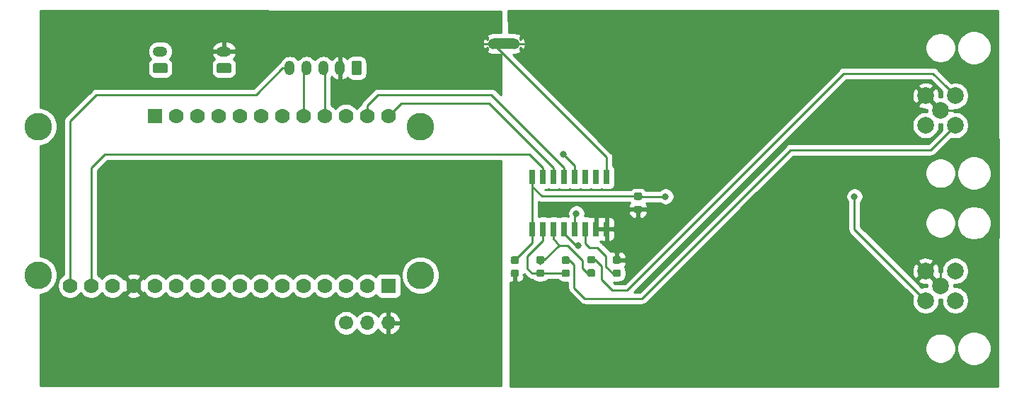
<source format=gtl>
G04 #@! TF.GenerationSoftware,KiCad,Pcbnew,5.1.5-2.fc32*
G04 #@! TF.CreationDate,2020-05-12T10:48:03+02:00*
G04 #@! TF.ProjectId,beieliscale-kicad,62656965-6c69-4736-9361-6c652d6b6963,rev?*
G04 #@! TF.SameCoordinates,Original*
G04 #@! TF.FileFunction,Copper,L1,Top*
G04 #@! TF.FilePolarity,Positive*
%FSLAX46Y46*%
G04 Gerber Fmt 4.6, Leading zero omitted, Abs format (unit mm)*
G04 Created by KiCad (PCBNEW 5.1.5-2.fc32) date 2020-05-12 10:48:03*
%MOMM*%
%LPD*%
G04 APERTURE LIST*
%ADD10C,0.100000*%
%ADD11C,1.300000*%
%ADD12R,0.640000X1.800000*%
%ADD13C,2.000000*%
%ADD14C,1.700000*%
%ADD15O,1.700000X1.700000*%
%ADD16O,1.750000X1.200000*%
%ADD17C,3.302000*%
%ADD18C,1.778000*%
%ADD19R,1.778000X1.778000*%
%ADD20O,1.200000X1.750000*%
%ADD21C,0.800000*%
%ADD22C,0.250000*%
%ADD23C,0.254000*%
G04 APERTURE END LIST*
D10*
G36*
X99568000Y-39209000D02*
G01*
X96968000Y-39209000D01*
X96968000Y-37909000D01*
X99568000Y-37909000D01*
X99568000Y-39209000D01*
G37*
D11*
X96968000Y-38559000D03*
X99568000Y-38559000D03*
G04 #@! TA.AperFunction,SMDPad,CuDef*
D10*
G36*
X99845691Y-64030553D02*
G01*
X99866926Y-64033703D01*
X99887750Y-64038919D01*
X99907962Y-64046151D01*
X99927368Y-64055330D01*
X99945781Y-64066366D01*
X99963024Y-64079154D01*
X99978930Y-64093570D01*
X99993346Y-64109476D01*
X100006134Y-64126719D01*
X100017170Y-64145132D01*
X100026349Y-64164538D01*
X100033581Y-64184750D01*
X100038797Y-64205574D01*
X100041947Y-64226809D01*
X100043000Y-64248250D01*
X100043000Y-64685750D01*
X100041947Y-64707191D01*
X100038797Y-64728426D01*
X100033581Y-64749250D01*
X100026349Y-64769462D01*
X100017170Y-64788868D01*
X100006134Y-64807281D01*
X99993346Y-64824524D01*
X99978930Y-64840430D01*
X99963024Y-64854846D01*
X99945781Y-64867634D01*
X99927368Y-64878670D01*
X99907962Y-64887849D01*
X99887750Y-64895081D01*
X99866926Y-64900297D01*
X99845691Y-64903447D01*
X99824250Y-64904500D01*
X99311750Y-64904500D01*
X99290309Y-64903447D01*
X99269074Y-64900297D01*
X99248250Y-64895081D01*
X99228038Y-64887849D01*
X99208632Y-64878670D01*
X99190219Y-64867634D01*
X99172976Y-64854846D01*
X99157070Y-64840430D01*
X99142654Y-64824524D01*
X99129866Y-64807281D01*
X99118830Y-64788868D01*
X99109651Y-64769462D01*
X99102419Y-64749250D01*
X99097203Y-64728426D01*
X99094053Y-64707191D01*
X99093000Y-64685750D01*
X99093000Y-64248250D01*
X99094053Y-64226809D01*
X99097203Y-64205574D01*
X99102419Y-64184750D01*
X99109651Y-64164538D01*
X99118830Y-64145132D01*
X99129866Y-64126719D01*
X99142654Y-64109476D01*
X99157070Y-64093570D01*
X99172976Y-64079154D01*
X99190219Y-64066366D01*
X99208632Y-64055330D01*
X99228038Y-64046151D01*
X99248250Y-64038919D01*
X99269074Y-64033703D01*
X99290309Y-64030553D01*
X99311750Y-64029500D01*
X99824250Y-64029500D01*
X99845691Y-64030553D01*
G37*
G04 #@! TD.AperFunction*
G04 #@! TA.AperFunction,SMDPad,CuDef*
G36*
X99845691Y-65605553D02*
G01*
X99866926Y-65608703D01*
X99887750Y-65613919D01*
X99907962Y-65621151D01*
X99927368Y-65630330D01*
X99945781Y-65641366D01*
X99963024Y-65654154D01*
X99978930Y-65668570D01*
X99993346Y-65684476D01*
X100006134Y-65701719D01*
X100017170Y-65720132D01*
X100026349Y-65739538D01*
X100033581Y-65759750D01*
X100038797Y-65780574D01*
X100041947Y-65801809D01*
X100043000Y-65823250D01*
X100043000Y-66260750D01*
X100041947Y-66282191D01*
X100038797Y-66303426D01*
X100033581Y-66324250D01*
X100026349Y-66344462D01*
X100017170Y-66363868D01*
X100006134Y-66382281D01*
X99993346Y-66399524D01*
X99978930Y-66415430D01*
X99963024Y-66429846D01*
X99945781Y-66442634D01*
X99927368Y-66453670D01*
X99907962Y-66462849D01*
X99887750Y-66470081D01*
X99866926Y-66475297D01*
X99845691Y-66478447D01*
X99824250Y-66479500D01*
X99311750Y-66479500D01*
X99290309Y-66478447D01*
X99269074Y-66475297D01*
X99248250Y-66470081D01*
X99228038Y-66462849D01*
X99208632Y-66453670D01*
X99190219Y-66442634D01*
X99172976Y-66429846D01*
X99157070Y-66415430D01*
X99142654Y-66399524D01*
X99129866Y-66382281D01*
X99118830Y-66363868D01*
X99109651Y-66344462D01*
X99102419Y-66324250D01*
X99097203Y-66303426D01*
X99094053Y-66282191D01*
X99093000Y-66260750D01*
X99093000Y-65823250D01*
X99094053Y-65801809D01*
X99097203Y-65780574D01*
X99102419Y-65759750D01*
X99109651Y-65739538D01*
X99118830Y-65720132D01*
X99129866Y-65701719D01*
X99142654Y-65684476D01*
X99157070Y-65668570D01*
X99172976Y-65654154D01*
X99190219Y-65641366D01*
X99208632Y-65630330D01*
X99228038Y-65621151D01*
X99248250Y-65613919D01*
X99269074Y-65608703D01*
X99290309Y-65605553D01*
X99311750Y-65604500D01*
X99824250Y-65604500D01*
X99845691Y-65605553D01*
G37*
G04 #@! TD.AperFunction*
G04 #@! TA.AperFunction,SMDPad,CuDef*
G36*
X114577691Y-56385053D02*
G01*
X114598926Y-56388203D01*
X114619750Y-56393419D01*
X114639962Y-56400651D01*
X114659368Y-56409830D01*
X114677781Y-56420866D01*
X114695024Y-56433654D01*
X114710930Y-56448070D01*
X114725346Y-56463976D01*
X114738134Y-56481219D01*
X114749170Y-56499632D01*
X114758349Y-56519038D01*
X114765581Y-56539250D01*
X114770797Y-56560074D01*
X114773947Y-56581309D01*
X114775000Y-56602750D01*
X114775000Y-57040250D01*
X114773947Y-57061691D01*
X114770797Y-57082926D01*
X114765581Y-57103750D01*
X114758349Y-57123962D01*
X114749170Y-57143368D01*
X114738134Y-57161781D01*
X114725346Y-57179024D01*
X114710930Y-57194930D01*
X114695024Y-57209346D01*
X114677781Y-57222134D01*
X114659368Y-57233170D01*
X114639962Y-57242349D01*
X114619750Y-57249581D01*
X114598926Y-57254797D01*
X114577691Y-57257947D01*
X114556250Y-57259000D01*
X114043750Y-57259000D01*
X114022309Y-57257947D01*
X114001074Y-57254797D01*
X113980250Y-57249581D01*
X113960038Y-57242349D01*
X113940632Y-57233170D01*
X113922219Y-57222134D01*
X113904976Y-57209346D01*
X113889070Y-57194930D01*
X113874654Y-57179024D01*
X113861866Y-57161781D01*
X113850830Y-57143368D01*
X113841651Y-57123962D01*
X113834419Y-57103750D01*
X113829203Y-57082926D01*
X113826053Y-57061691D01*
X113825000Y-57040250D01*
X113825000Y-56602750D01*
X113826053Y-56581309D01*
X113829203Y-56560074D01*
X113834419Y-56539250D01*
X113841651Y-56519038D01*
X113850830Y-56499632D01*
X113861866Y-56481219D01*
X113874654Y-56463976D01*
X113889070Y-56448070D01*
X113904976Y-56433654D01*
X113922219Y-56420866D01*
X113940632Y-56409830D01*
X113960038Y-56400651D01*
X113980250Y-56393419D01*
X114001074Y-56388203D01*
X114022309Y-56385053D01*
X114043750Y-56384000D01*
X114556250Y-56384000D01*
X114577691Y-56385053D01*
G37*
G04 #@! TD.AperFunction*
G04 #@! TA.AperFunction,SMDPad,CuDef*
G36*
X114577691Y-57960053D02*
G01*
X114598926Y-57963203D01*
X114619750Y-57968419D01*
X114639962Y-57975651D01*
X114659368Y-57984830D01*
X114677781Y-57995866D01*
X114695024Y-58008654D01*
X114710930Y-58023070D01*
X114725346Y-58038976D01*
X114738134Y-58056219D01*
X114749170Y-58074632D01*
X114758349Y-58094038D01*
X114765581Y-58114250D01*
X114770797Y-58135074D01*
X114773947Y-58156309D01*
X114775000Y-58177750D01*
X114775000Y-58615250D01*
X114773947Y-58636691D01*
X114770797Y-58657926D01*
X114765581Y-58678750D01*
X114758349Y-58698962D01*
X114749170Y-58718368D01*
X114738134Y-58736781D01*
X114725346Y-58754024D01*
X114710930Y-58769930D01*
X114695024Y-58784346D01*
X114677781Y-58797134D01*
X114659368Y-58808170D01*
X114639962Y-58817349D01*
X114619750Y-58824581D01*
X114598926Y-58829797D01*
X114577691Y-58832947D01*
X114556250Y-58834000D01*
X114043750Y-58834000D01*
X114022309Y-58832947D01*
X114001074Y-58829797D01*
X113980250Y-58824581D01*
X113960038Y-58817349D01*
X113940632Y-58808170D01*
X113922219Y-58797134D01*
X113904976Y-58784346D01*
X113889070Y-58769930D01*
X113874654Y-58754024D01*
X113861866Y-58736781D01*
X113850830Y-58718368D01*
X113841651Y-58698962D01*
X113834419Y-58678750D01*
X113829203Y-58657926D01*
X113826053Y-58636691D01*
X113825000Y-58615250D01*
X113825000Y-58177750D01*
X113826053Y-58156309D01*
X113829203Y-58135074D01*
X113834419Y-58114250D01*
X113841651Y-58094038D01*
X113850830Y-58074632D01*
X113861866Y-58056219D01*
X113874654Y-58038976D01*
X113889070Y-58023070D01*
X113904976Y-58008654D01*
X113922219Y-57995866D01*
X113940632Y-57984830D01*
X113960038Y-57975651D01*
X113980250Y-57968419D01*
X114001074Y-57963203D01*
X114022309Y-57960053D01*
X114043750Y-57959000D01*
X114556250Y-57959000D01*
X114577691Y-57960053D01*
G37*
G04 #@! TD.AperFunction*
G04 #@! TA.AperFunction,SMDPad,CuDef*
G36*
X108989691Y-65554553D02*
G01*
X109010926Y-65557703D01*
X109031750Y-65562919D01*
X109051962Y-65570151D01*
X109071368Y-65579330D01*
X109089781Y-65590366D01*
X109107024Y-65603154D01*
X109122930Y-65617570D01*
X109137346Y-65633476D01*
X109150134Y-65650719D01*
X109161170Y-65669132D01*
X109170349Y-65688538D01*
X109177581Y-65708750D01*
X109182797Y-65729574D01*
X109185947Y-65750809D01*
X109187000Y-65772250D01*
X109187000Y-66209750D01*
X109185947Y-66231191D01*
X109182797Y-66252426D01*
X109177581Y-66273250D01*
X109170349Y-66293462D01*
X109161170Y-66312868D01*
X109150134Y-66331281D01*
X109137346Y-66348524D01*
X109122930Y-66364430D01*
X109107024Y-66378846D01*
X109089781Y-66391634D01*
X109071368Y-66402670D01*
X109051962Y-66411849D01*
X109031750Y-66419081D01*
X109010926Y-66424297D01*
X108989691Y-66427447D01*
X108968250Y-66428500D01*
X108455750Y-66428500D01*
X108434309Y-66427447D01*
X108413074Y-66424297D01*
X108392250Y-66419081D01*
X108372038Y-66411849D01*
X108352632Y-66402670D01*
X108334219Y-66391634D01*
X108316976Y-66378846D01*
X108301070Y-66364430D01*
X108286654Y-66348524D01*
X108273866Y-66331281D01*
X108262830Y-66312868D01*
X108253651Y-66293462D01*
X108246419Y-66273250D01*
X108241203Y-66252426D01*
X108238053Y-66231191D01*
X108237000Y-66209750D01*
X108237000Y-65772250D01*
X108238053Y-65750809D01*
X108241203Y-65729574D01*
X108246419Y-65708750D01*
X108253651Y-65688538D01*
X108262830Y-65669132D01*
X108273866Y-65650719D01*
X108286654Y-65633476D01*
X108301070Y-65617570D01*
X108316976Y-65603154D01*
X108334219Y-65590366D01*
X108352632Y-65579330D01*
X108372038Y-65570151D01*
X108392250Y-65562919D01*
X108413074Y-65557703D01*
X108434309Y-65554553D01*
X108455750Y-65553500D01*
X108968250Y-65553500D01*
X108989691Y-65554553D01*
G37*
G04 #@! TD.AperFunction*
G04 #@! TA.AperFunction,SMDPad,CuDef*
G36*
X108989691Y-63979553D02*
G01*
X109010926Y-63982703D01*
X109031750Y-63987919D01*
X109051962Y-63995151D01*
X109071368Y-64004330D01*
X109089781Y-64015366D01*
X109107024Y-64028154D01*
X109122930Y-64042570D01*
X109137346Y-64058476D01*
X109150134Y-64075719D01*
X109161170Y-64094132D01*
X109170349Y-64113538D01*
X109177581Y-64133750D01*
X109182797Y-64154574D01*
X109185947Y-64175809D01*
X109187000Y-64197250D01*
X109187000Y-64634750D01*
X109185947Y-64656191D01*
X109182797Y-64677426D01*
X109177581Y-64698250D01*
X109170349Y-64718462D01*
X109161170Y-64737868D01*
X109150134Y-64756281D01*
X109137346Y-64773524D01*
X109122930Y-64789430D01*
X109107024Y-64803846D01*
X109089781Y-64816634D01*
X109071368Y-64827670D01*
X109051962Y-64836849D01*
X109031750Y-64844081D01*
X109010926Y-64849297D01*
X108989691Y-64852447D01*
X108968250Y-64853500D01*
X108455750Y-64853500D01*
X108434309Y-64852447D01*
X108413074Y-64849297D01*
X108392250Y-64844081D01*
X108372038Y-64836849D01*
X108352632Y-64827670D01*
X108334219Y-64816634D01*
X108316976Y-64803846D01*
X108301070Y-64789430D01*
X108286654Y-64773524D01*
X108273866Y-64756281D01*
X108262830Y-64737868D01*
X108253651Y-64718462D01*
X108246419Y-64698250D01*
X108241203Y-64677426D01*
X108238053Y-64656191D01*
X108237000Y-64634750D01*
X108237000Y-64197250D01*
X108238053Y-64175809D01*
X108241203Y-64154574D01*
X108246419Y-64133750D01*
X108253651Y-64113538D01*
X108262830Y-64094132D01*
X108273866Y-64075719D01*
X108286654Y-64058476D01*
X108301070Y-64042570D01*
X108316976Y-64028154D01*
X108334219Y-64015366D01*
X108352632Y-64004330D01*
X108372038Y-63995151D01*
X108392250Y-63987919D01*
X108413074Y-63982703D01*
X108434309Y-63979553D01*
X108455750Y-63978500D01*
X108968250Y-63978500D01*
X108989691Y-63979553D01*
G37*
G04 #@! TD.AperFunction*
G04 #@! TA.AperFunction,SMDPad,CuDef*
G36*
X105941691Y-65605553D02*
G01*
X105962926Y-65608703D01*
X105983750Y-65613919D01*
X106003962Y-65621151D01*
X106023368Y-65630330D01*
X106041781Y-65641366D01*
X106059024Y-65654154D01*
X106074930Y-65668570D01*
X106089346Y-65684476D01*
X106102134Y-65701719D01*
X106113170Y-65720132D01*
X106122349Y-65739538D01*
X106129581Y-65759750D01*
X106134797Y-65780574D01*
X106137947Y-65801809D01*
X106139000Y-65823250D01*
X106139000Y-66260750D01*
X106137947Y-66282191D01*
X106134797Y-66303426D01*
X106129581Y-66324250D01*
X106122349Y-66344462D01*
X106113170Y-66363868D01*
X106102134Y-66382281D01*
X106089346Y-66399524D01*
X106074930Y-66415430D01*
X106059024Y-66429846D01*
X106041781Y-66442634D01*
X106023368Y-66453670D01*
X106003962Y-66462849D01*
X105983750Y-66470081D01*
X105962926Y-66475297D01*
X105941691Y-66478447D01*
X105920250Y-66479500D01*
X105407750Y-66479500D01*
X105386309Y-66478447D01*
X105365074Y-66475297D01*
X105344250Y-66470081D01*
X105324038Y-66462849D01*
X105304632Y-66453670D01*
X105286219Y-66442634D01*
X105268976Y-66429846D01*
X105253070Y-66415430D01*
X105238654Y-66399524D01*
X105225866Y-66382281D01*
X105214830Y-66363868D01*
X105205651Y-66344462D01*
X105198419Y-66324250D01*
X105193203Y-66303426D01*
X105190053Y-66282191D01*
X105189000Y-66260750D01*
X105189000Y-65823250D01*
X105190053Y-65801809D01*
X105193203Y-65780574D01*
X105198419Y-65759750D01*
X105205651Y-65739538D01*
X105214830Y-65720132D01*
X105225866Y-65701719D01*
X105238654Y-65684476D01*
X105253070Y-65668570D01*
X105268976Y-65654154D01*
X105286219Y-65641366D01*
X105304632Y-65630330D01*
X105324038Y-65621151D01*
X105344250Y-65613919D01*
X105365074Y-65608703D01*
X105386309Y-65605553D01*
X105407750Y-65604500D01*
X105920250Y-65604500D01*
X105941691Y-65605553D01*
G37*
G04 #@! TD.AperFunction*
G04 #@! TA.AperFunction,SMDPad,CuDef*
G36*
X105941691Y-64030553D02*
G01*
X105962926Y-64033703D01*
X105983750Y-64038919D01*
X106003962Y-64046151D01*
X106023368Y-64055330D01*
X106041781Y-64066366D01*
X106059024Y-64079154D01*
X106074930Y-64093570D01*
X106089346Y-64109476D01*
X106102134Y-64126719D01*
X106113170Y-64145132D01*
X106122349Y-64164538D01*
X106129581Y-64184750D01*
X106134797Y-64205574D01*
X106137947Y-64226809D01*
X106139000Y-64248250D01*
X106139000Y-64685750D01*
X106137947Y-64707191D01*
X106134797Y-64728426D01*
X106129581Y-64749250D01*
X106122349Y-64769462D01*
X106113170Y-64788868D01*
X106102134Y-64807281D01*
X106089346Y-64824524D01*
X106074930Y-64840430D01*
X106059024Y-64854846D01*
X106041781Y-64867634D01*
X106023368Y-64878670D01*
X106003962Y-64887849D01*
X105983750Y-64895081D01*
X105962926Y-64900297D01*
X105941691Y-64903447D01*
X105920250Y-64904500D01*
X105407750Y-64904500D01*
X105386309Y-64903447D01*
X105365074Y-64900297D01*
X105344250Y-64895081D01*
X105324038Y-64887849D01*
X105304632Y-64878670D01*
X105286219Y-64867634D01*
X105268976Y-64854846D01*
X105253070Y-64840430D01*
X105238654Y-64824524D01*
X105225866Y-64807281D01*
X105214830Y-64788868D01*
X105205651Y-64769462D01*
X105198419Y-64749250D01*
X105193203Y-64728426D01*
X105190053Y-64707191D01*
X105189000Y-64685750D01*
X105189000Y-64248250D01*
X105190053Y-64226809D01*
X105193203Y-64205574D01*
X105198419Y-64184750D01*
X105205651Y-64164538D01*
X105214830Y-64145132D01*
X105225866Y-64126719D01*
X105238654Y-64109476D01*
X105253070Y-64093570D01*
X105268976Y-64079154D01*
X105286219Y-64066366D01*
X105304632Y-64055330D01*
X105324038Y-64046151D01*
X105344250Y-64038919D01*
X105365074Y-64033703D01*
X105386309Y-64030553D01*
X105407750Y-64029500D01*
X105920250Y-64029500D01*
X105941691Y-64030553D01*
G37*
G04 #@! TD.AperFunction*
D12*
X101680000Y-60733000D03*
X102950000Y-60733000D03*
X104220000Y-60733000D03*
X105490000Y-60733000D03*
X106760000Y-60733000D03*
X108030000Y-60733000D03*
X109300000Y-60733000D03*
X110570000Y-60733000D03*
X110570000Y-54523000D03*
X109300000Y-54523000D03*
X108030000Y-54523000D03*
X106760000Y-54523000D03*
X105490000Y-54523000D03*
X104220000Y-54523000D03*
X102950000Y-54523000D03*
X101680000Y-54523000D03*
D13*
X150495000Y-67515000D03*
X152265000Y-65745000D03*
X152265000Y-69285000D03*
X148725000Y-65745000D03*
X148725000Y-69285000D03*
X150495000Y-46560000D03*
X152265000Y-44790000D03*
X152265000Y-48330000D03*
X148725000Y-44790000D03*
X148725000Y-48330000D03*
G04 #@! TA.AperFunction,SMDPad,CuDef*
D10*
G36*
X112037691Y-64005053D02*
G01*
X112058926Y-64008203D01*
X112079750Y-64013419D01*
X112099962Y-64020651D01*
X112119368Y-64029830D01*
X112137781Y-64040866D01*
X112155024Y-64053654D01*
X112170930Y-64068070D01*
X112185346Y-64083976D01*
X112198134Y-64101219D01*
X112209170Y-64119632D01*
X112218349Y-64139038D01*
X112225581Y-64159250D01*
X112230797Y-64180074D01*
X112233947Y-64201309D01*
X112235000Y-64222750D01*
X112235000Y-64660250D01*
X112233947Y-64681691D01*
X112230797Y-64702926D01*
X112225581Y-64723750D01*
X112218349Y-64743962D01*
X112209170Y-64763368D01*
X112198134Y-64781781D01*
X112185346Y-64799024D01*
X112170930Y-64814930D01*
X112155024Y-64829346D01*
X112137781Y-64842134D01*
X112119368Y-64853170D01*
X112099962Y-64862349D01*
X112079750Y-64869581D01*
X112058926Y-64874797D01*
X112037691Y-64877947D01*
X112016250Y-64879000D01*
X111503750Y-64879000D01*
X111482309Y-64877947D01*
X111461074Y-64874797D01*
X111440250Y-64869581D01*
X111420038Y-64862349D01*
X111400632Y-64853170D01*
X111382219Y-64842134D01*
X111364976Y-64829346D01*
X111349070Y-64814930D01*
X111334654Y-64799024D01*
X111321866Y-64781781D01*
X111310830Y-64763368D01*
X111301651Y-64743962D01*
X111294419Y-64723750D01*
X111289203Y-64702926D01*
X111286053Y-64681691D01*
X111285000Y-64660250D01*
X111285000Y-64222750D01*
X111286053Y-64201309D01*
X111289203Y-64180074D01*
X111294419Y-64159250D01*
X111301651Y-64139038D01*
X111310830Y-64119632D01*
X111321866Y-64101219D01*
X111334654Y-64083976D01*
X111349070Y-64068070D01*
X111364976Y-64053654D01*
X111382219Y-64040866D01*
X111400632Y-64029830D01*
X111420038Y-64020651D01*
X111440250Y-64013419D01*
X111461074Y-64008203D01*
X111482309Y-64005053D01*
X111503750Y-64004000D01*
X112016250Y-64004000D01*
X112037691Y-64005053D01*
G37*
G04 #@! TD.AperFunction*
G04 #@! TA.AperFunction,SMDPad,CuDef*
G36*
X112037691Y-65580053D02*
G01*
X112058926Y-65583203D01*
X112079750Y-65588419D01*
X112099962Y-65595651D01*
X112119368Y-65604830D01*
X112137781Y-65615866D01*
X112155024Y-65628654D01*
X112170930Y-65643070D01*
X112185346Y-65658976D01*
X112198134Y-65676219D01*
X112209170Y-65694632D01*
X112218349Y-65714038D01*
X112225581Y-65734250D01*
X112230797Y-65755074D01*
X112233947Y-65776309D01*
X112235000Y-65797750D01*
X112235000Y-66235250D01*
X112233947Y-66256691D01*
X112230797Y-66277926D01*
X112225581Y-66298750D01*
X112218349Y-66318962D01*
X112209170Y-66338368D01*
X112198134Y-66356781D01*
X112185346Y-66374024D01*
X112170930Y-66389930D01*
X112155024Y-66404346D01*
X112137781Y-66417134D01*
X112119368Y-66428170D01*
X112099962Y-66437349D01*
X112079750Y-66444581D01*
X112058926Y-66449797D01*
X112037691Y-66452947D01*
X112016250Y-66454000D01*
X111503750Y-66454000D01*
X111482309Y-66452947D01*
X111461074Y-66449797D01*
X111440250Y-66444581D01*
X111420038Y-66437349D01*
X111400632Y-66428170D01*
X111382219Y-66417134D01*
X111364976Y-66404346D01*
X111349070Y-66389930D01*
X111334654Y-66374024D01*
X111321866Y-66356781D01*
X111310830Y-66338368D01*
X111301651Y-66318962D01*
X111294419Y-66298750D01*
X111289203Y-66277926D01*
X111286053Y-66256691D01*
X111285000Y-66235250D01*
X111285000Y-65797750D01*
X111286053Y-65776309D01*
X111289203Y-65755074D01*
X111294419Y-65734250D01*
X111301651Y-65714038D01*
X111310830Y-65694632D01*
X111321866Y-65676219D01*
X111334654Y-65658976D01*
X111349070Y-65643070D01*
X111364976Y-65628654D01*
X111382219Y-65615866D01*
X111400632Y-65604830D01*
X111420038Y-65595651D01*
X111440250Y-65588419D01*
X111461074Y-65583203D01*
X111482309Y-65580053D01*
X111503750Y-65579000D01*
X112016250Y-65579000D01*
X112037691Y-65580053D01*
G37*
G04 #@! TD.AperFunction*
G04 #@! TA.AperFunction,SMDPad,CuDef*
G36*
X102893691Y-64005053D02*
G01*
X102914926Y-64008203D01*
X102935750Y-64013419D01*
X102955962Y-64020651D01*
X102975368Y-64029830D01*
X102993781Y-64040866D01*
X103011024Y-64053654D01*
X103026930Y-64068070D01*
X103041346Y-64083976D01*
X103054134Y-64101219D01*
X103065170Y-64119632D01*
X103074349Y-64139038D01*
X103081581Y-64159250D01*
X103086797Y-64180074D01*
X103089947Y-64201309D01*
X103091000Y-64222750D01*
X103091000Y-64660250D01*
X103089947Y-64681691D01*
X103086797Y-64702926D01*
X103081581Y-64723750D01*
X103074349Y-64743962D01*
X103065170Y-64763368D01*
X103054134Y-64781781D01*
X103041346Y-64799024D01*
X103026930Y-64814930D01*
X103011024Y-64829346D01*
X102993781Y-64842134D01*
X102975368Y-64853170D01*
X102955962Y-64862349D01*
X102935750Y-64869581D01*
X102914926Y-64874797D01*
X102893691Y-64877947D01*
X102872250Y-64879000D01*
X102359750Y-64879000D01*
X102338309Y-64877947D01*
X102317074Y-64874797D01*
X102296250Y-64869581D01*
X102276038Y-64862349D01*
X102256632Y-64853170D01*
X102238219Y-64842134D01*
X102220976Y-64829346D01*
X102205070Y-64814930D01*
X102190654Y-64799024D01*
X102177866Y-64781781D01*
X102166830Y-64763368D01*
X102157651Y-64743962D01*
X102150419Y-64723750D01*
X102145203Y-64702926D01*
X102142053Y-64681691D01*
X102141000Y-64660250D01*
X102141000Y-64222750D01*
X102142053Y-64201309D01*
X102145203Y-64180074D01*
X102150419Y-64159250D01*
X102157651Y-64139038D01*
X102166830Y-64119632D01*
X102177866Y-64101219D01*
X102190654Y-64083976D01*
X102205070Y-64068070D01*
X102220976Y-64053654D01*
X102238219Y-64040866D01*
X102256632Y-64029830D01*
X102276038Y-64020651D01*
X102296250Y-64013419D01*
X102317074Y-64008203D01*
X102338309Y-64005053D01*
X102359750Y-64004000D01*
X102872250Y-64004000D01*
X102893691Y-64005053D01*
G37*
G04 #@! TD.AperFunction*
G04 #@! TA.AperFunction,SMDPad,CuDef*
G36*
X102893691Y-65580053D02*
G01*
X102914926Y-65583203D01*
X102935750Y-65588419D01*
X102955962Y-65595651D01*
X102975368Y-65604830D01*
X102993781Y-65615866D01*
X103011024Y-65628654D01*
X103026930Y-65643070D01*
X103041346Y-65658976D01*
X103054134Y-65676219D01*
X103065170Y-65694632D01*
X103074349Y-65714038D01*
X103081581Y-65734250D01*
X103086797Y-65755074D01*
X103089947Y-65776309D01*
X103091000Y-65797750D01*
X103091000Y-66235250D01*
X103089947Y-66256691D01*
X103086797Y-66277926D01*
X103081581Y-66298750D01*
X103074349Y-66318962D01*
X103065170Y-66338368D01*
X103054134Y-66356781D01*
X103041346Y-66374024D01*
X103026930Y-66389930D01*
X103011024Y-66404346D01*
X102993781Y-66417134D01*
X102975368Y-66428170D01*
X102955962Y-66437349D01*
X102935750Y-66444581D01*
X102914926Y-66449797D01*
X102893691Y-66452947D01*
X102872250Y-66454000D01*
X102359750Y-66454000D01*
X102338309Y-66452947D01*
X102317074Y-66449797D01*
X102296250Y-66444581D01*
X102276038Y-66437349D01*
X102256632Y-66428170D01*
X102238219Y-66417134D01*
X102220976Y-66404346D01*
X102205070Y-66389930D01*
X102190654Y-66374024D01*
X102177866Y-66356781D01*
X102166830Y-66338368D01*
X102157651Y-66318962D01*
X102150419Y-66298750D01*
X102145203Y-66277926D01*
X102142053Y-66256691D01*
X102141000Y-66235250D01*
X102141000Y-65797750D01*
X102142053Y-65776309D01*
X102145203Y-65755074D01*
X102150419Y-65734250D01*
X102157651Y-65714038D01*
X102166830Y-65694632D01*
X102177866Y-65676219D01*
X102190654Y-65658976D01*
X102205070Y-65643070D01*
X102220976Y-65628654D01*
X102238219Y-65615866D01*
X102256632Y-65604830D01*
X102276038Y-65595651D01*
X102296250Y-65588419D01*
X102317074Y-65583203D01*
X102338309Y-65580053D01*
X102359750Y-65579000D01*
X102872250Y-65579000D01*
X102893691Y-65580053D01*
G37*
G04 #@! TD.AperFunction*
D14*
X79375000Y-71960000D03*
D15*
X81915000Y-71960000D03*
X84455000Y-71960000D03*
G04 #@! TA.AperFunction,ComponentPad*
D10*
G36*
X65419505Y-40881204D02*
G01*
X65443773Y-40884804D01*
X65467572Y-40890765D01*
X65490671Y-40899030D01*
X65512850Y-40909520D01*
X65533893Y-40922132D01*
X65553599Y-40936747D01*
X65571777Y-40953223D01*
X65588253Y-40971401D01*
X65602868Y-40991107D01*
X65615480Y-41012150D01*
X65625970Y-41034329D01*
X65634235Y-41057428D01*
X65640196Y-41081227D01*
X65643796Y-41105495D01*
X65645000Y-41129999D01*
X65645000Y-41830001D01*
X65643796Y-41854505D01*
X65640196Y-41878773D01*
X65634235Y-41902572D01*
X65625970Y-41925671D01*
X65615480Y-41947850D01*
X65602868Y-41968893D01*
X65588253Y-41988599D01*
X65571777Y-42006777D01*
X65553599Y-42023253D01*
X65533893Y-42037868D01*
X65512850Y-42050480D01*
X65490671Y-42060970D01*
X65467572Y-42069235D01*
X65443773Y-42075196D01*
X65419505Y-42078796D01*
X65395001Y-42080000D01*
X64144999Y-42080000D01*
X64120495Y-42078796D01*
X64096227Y-42075196D01*
X64072428Y-42069235D01*
X64049329Y-42060970D01*
X64027150Y-42050480D01*
X64006107Y-42037868D01*
X63986401Y-42023253D01*
X63968223Y-42006777D01*
X63951747Y-41988599D01*
X63937132Y-41968893D01*
X63924520Y-41947850D01*
X63914030Y-41925671D01*
X63905765Y-41902572D01*
X63899804Y-41878773D01*
X63896204Y-41854505D01*
X63895000Y-41830001D01*
X63895000Y-41129999D01*
X63896204Y-41105495D01*
X63899804Y-41081227D01*
X63905765Y-41057428D01*
X63914030Y-41034329D01*
X63924520Y-41012150D01*
X63937132Y-40991107D01*
X63951747Y-40971401D01*
X63968223Y-40953223D01*
X63986401Y-40936747D01*
X64006107Y-40922132D01*
X64027150Y-40909520D01*
X64049329Y-40899030D01*
X64072428Y-40890765D01*
X64096227Y-40884804D01*
X64120495Y-40881204D01*
X64144999Y-40880000D01*
X65395001Y-40880000D01*
X65419505Y-40881204D01*
G37*
G04 #@! TD.AperFunction*
D16*
X64770000Y-39480000D03*
X57150000Y-39480000D03*
G04 #@! TA.AperFunction,ComponentPad*
D10*
G36*
X57799505Y-40881204D02*
G01*
X57823773Y-40884804D01*
X57847572Y-40890765D01*
X57870671Y-40899030D01*
X57892850Y-40909520D01*
X57913893Y-40922132D01*
X57933599Y-40936747D01*
X57951777Y-40953223D01*
X57968253Y-40971401D01*
X57982868Y-40991107D01*
X57995480Y-41012150D01*
X58005970Y-41034329D01*
X58014235Y-41057428D01*
X58020196Y-41081227D01*
X58023796Y-41105495D01*
X58025000Y-41129999D01*
X58025000Y-41830001D01*
X58023796Y-41854505D01*
X58020196Y-41878773D01*
X58014235Y-41902572D01*
X58005970Y-41925671D01*
X57995480Y-41947850D01*
X57982868Y-41968893D01*
X57968253Y-41988599D01*
X57951777Y-42006777D01*
X57933599Y-42023253D01*
X57913893Y-42037868D01*
X57892850Y-42050480D01*
X57870671Y-42060970D01*
X57847572Y-42069235D01*
X57823773Y-42075196D01*
X57799505Y-42078796D01*
X57775001Y-42080000D01*
X56524999Y-42080000D01*
X56500495Y-42078796D01*
X56476227Y-42075196D01*
X56452428Y-42069235D01*
X56429329Y-42060970D01*
X56407150Y-42050480D01*
X56386107Y-42037868D01*
X56366401Y-42023253D01*
X56348223Y-42006777D01*
X56331747Y-41988599D01*
X56317132Y-41968893D01*
X56304520Y-41947850D01*
X56294030Y-41925671D01*
X56285765Y-41902572D01*
X56279804Y-41878773D01*
X56276204Y-41854505D01*
X56275000Y-41830001D01*
X56275000Y-41129999D01*
X56276204Y-41105495D01*
X56279804Y-41081227D01*
X56285765Y-41057428D01*
X56294030Y-41034329D01*
X56304520Y-41012150D01*
X56317132Y-40991107D01*
X56331747Y-40971401D01*
X56348223Y-40953223D01*
X56366401Y-40936747D01*
X56386107Y-40922132D01*
X56407150Y-40909520D01*
X56429329Y-40899030D01*
X56452428Y-40890765D01*
X56476227Y-40884804D01*
X56500495Y-40881204D01*
X56524999Y-40880000D01*
X57775001Y-40880000D01*
X57799505Y-40881204D01*
G37*
G04 #@! TD.AperFunction*
D17*
X42545000Y-48465000D03*
X42545000Y-66245000D03*
X88265000Y-66245000D03*
X88265000Y-48465000D03*
D18*
X46355000Y-67515000D03*
X48895000Y-67515000D03*
X51435000Y-67515000D03*
X53975000Y-67515000D03*
X56515000Y-67515000D03*
X59055000Y-67515000D03*
X61595000Y-67515000D03*
X64135000Y-67515000D03*
X66675000Y-67515000D03*
X69215000Y-67515000D03*
X71755000Y-67515000D03*
X74295000Y-67515000D03*
X76835000Y-67515000D03*
X79375000Y-67515000D03*
X81915000Y-67515000D03*
D19*
X84455000Y-67515000D03*
D18*
X59055000Y-47195000D03*
D19*
X56515000Y-47195000D03*
D18*
X61595000Y-47195000D03*
X64135000Y-47195000D03*
X66675000Y-47195000D03*
X69215000Y-47195000D03*
X71755000Y-47195000D03*
X74295000Y-47195000D03*
X76835000Y-47195000D03*
X79375000Y-47195000D03*
X81915000Y-47195000D03*
X84455000Y-47195000D03*
G04 #@! TA.AperFunction,ComponentPad*
D10*
G36*
X81019505Y-40606204D02*
G01*
X81043773Y-40609804D01*
X81067572Y-40615765D01*
X81090671Y-40624030D01*
X81112850Y-40634520D01*
X81133893Y-40647132D01*
X81153599Y-40661747D01*
X81171777Y-40678223D01*
X81188253Y-40696401D01*
X81202868Y-40716107D01*
X81215480Y-40737150D01*
X81225970Y-40759329D01*
X81234235Y-40782428D01*
X81240196Y-40806227D01*
X81243796Y-40830495D01*
X81245000Y-40854999D01*
X81245000Y-42105001D01*
X81243796Y-42129505D01*
X81240196Y-42153773D01*
X81234235Y-42177572D01*
X81225970Y-42200671D01*
X81215480Y-42222850D01*
X81202868Y-42243893D01*
X81188253Y-42263599D01*
X81171777Y-42281777D01*
X81153599Y-42298253D01*
X81133893Y-42312868D01*
X81112850Y-42325480D01*
X81090671Y-42335970D01*
X81067572Y-42344235D01*
X81043773Y-42350196D01*
X81019505Y-42353796D01*
X80995001Y-42355000D01*
X80294999Y-42355000D01*
X80270495Y-42353796D01*
X80246227Y-42350196D01*
X80222428Y-42344235D01*
X80199329Y-42335970D01*
X80177150Y-42325480D01*
X80156107Y-42312868D01*
X80136401Y-42298253D01*
X80118223Y-42281777D01*
X80101747Y-42263599D01*
X80087132Y-42243893D01*
X80074520Y-42222850D01*
X80064030Y-42200671D01*
X80055765Y-42177572D01*
X80049804Y-42153773D01*
X80046204Y-42129505D01*
X80045000Y-42105001D01*
X80045000Y-40854999D01*
X80046204Y-40830495D01*
X80049804Y-40806227D01*
X80055765Y-40782428D01*
X80064030Y-40759329D01*
X80074520Y-40737150D01*
X80087132Y-40716107D01*
X80101747Y-40696401D01*
X80118223Y-40678223D01*
X80136401Y-40661747D01*
X80156107Y-40647132D01*
X80177150Y-40634520D01*
X80199329Y-40624030D01*
X80222428Y-40615765D01*
X80246227Y-40609804D01*
X80270495Y-40606204D01*
X80294999Y-40605000D01*
X80995001Y-40605000D01*
X81019505Y-40606204D01*
G37*
G04 #@! TD.AperFunction*
D20*
X78645000Y-41480000D03*
X76645000Y-41480000D03*
X74645000Y-41480000D03*
X72645000Y-41480000D03*
D21*
X106934000Y-58879000D03*
X107188000Y-62689000D03*
X140208000Y-56847000D03*
X117602000Y-56847000D03*
X105410000Y-51767000D03*
D22*
X76835000Y-41670000D02*
X76645000Y-41480000D01*
X76835000Y-47195000D02*
X76835000Y-41670000D01*
X74295000Y-41830000D02*
X74645000Y-41480000D01*
X74295000Y-47195000D02*
X74295000Y-41830000D01*
X71795000Y-41480000D02*
X72645000Y-41480000D01*
X49530000Y-44655000D02*
X68620000Y-44655000D01*
X46355000Y-47830000D02*
X49530000Y-44655000D01*
X46355000Y-67515000D02*
X46355000Y-47830000D01*
X68620000Y-44655000D02*
X71795000Y-41480000D01*
X103098500Y-54374500D02*
X102950000Y-54523000D01*
X102950000Y-53943000D02*
X102950000Y-54523000D01*
X102950000Y-53373000D02*
X102950000Y-54523000D01*
X101344000Y-51767000D02*
X102950000Y-53373000D01*
X50546000Y-51767000D02*
X101344000Y-51767000D01*
X48895000Y-53418000D02*
X50546000Y-51767000D01*
X48895000Y-67515000D02*
X48895000Y-53418000D01*
X102616000Y-64879000D02*
X102616000Y-64441500D01*
X102600000Y-64895000D02*
X102616000Y-64879000D01*
X104220000Y-61245000D02*
X104220000Y-60733000D01*
X104220000Y-61883000D02*
X104220000Y-60733000D01*
X104843500Y-62689000D02*
X104902000Y-62689000D01*
X102616000Y-64441500D02*
X103091000Y-64441500D01*
X104902000Y-62689000D02*
X104220000Y-61883000D01*
X103091000Y-64441500D02*
X104843500Y-62689000D01*
X105026000Y-62689000D02*
X104902000Y-62689000D01*
X105918000Y-62689000D02*
X105026000Y-62689000D01*
X107696000Y-64467000D02*
X105918000Y-62689000D01*
X107696000Y-65450000D02*
X107696000Y-64467000D01*
X108237000Y-65991000D02*
X107696000Y-65450000D01*
X108712000Y-65991000D02*
X108237000Y-65991000D01*
X102467500Y-66165000D02*
X102616000Y-66016500D01*
X105638500Y-66016500D02*
X105664000Y-66042000D01*
X102616000Y-66016500D02*
X105638500Y-66016500D01*
X101625500Y-66016500D02*
X102616000Y-66016500D01*
X101092000Y-65483000D02*
X101625500Y-66016500D01*
X101092000Y-63959000D02*
X101092000Y-65483000D01*
X102950000Y-62101000D02*
X101092000Y-63959000D01*
X102950000Y-60733000D02*
X102950000Y-62101000D01*
X111285000Y-66016500D02*
X111760000Y-66016500D01*
X110490000Y-65221500D02*
X111285000Y-66016500D01*
X110490000Y-63959000D02*
X110490000Y-65221500D01*
X109474000Y-62943000D02*
X110490000Y-63959000D01*
X108482994Y-62943000D02*
X109474000Y-62943000D01*
X108030000Y-62490006D02*
X108482994Y-62943000D01*
X108030000Y-60733000D02*
X108030000Y-62490006D01*
X151265001Y-43790001D02*
X152265000Y-44790000D01*
X149590000Y-42115000D02*
X151265001Y-43790001D01*
X109187000Y-64416000D02*
X109982000Y-65211000D01*
X108712000Y-64416000D02*
X109187000Y-64416000D01*
X109982000Y-65211000D02*
X109982000Y-66753000D01*
X109982000Y-66753000D02*
X111252000Y-68023000D01*
X113030000Y-68023000D02*
X138938000Y-42115000D01*
X111252000Y-68023000D02*
X113030000Y-68023000D01*
X138938000Y-42115000D02*
X149590000Y-42115000D01*
X152265000Y-48410553D02*
X152265000Y-48330000D01*
X106139000Y-64467000D02*
X105664000Y-64467000D01*
X106680000Y-65008000D02*
X106139000Y-64467000D01*
X106680000Y-67769000D02*
X106680000Y-65008000D01*
X114808000Y-69039000D02*
X107950000Y-69039000D01*
X149352000Y-51259000D02*
X132588000Y-51259000D01*
X151265001Y-49345999D02*
X149352000Y-51259000D01*
X107950000Y-69039000D02*
X106680000Y-67769000D01*
X132588000Y-51259000D02*
X114808000Y-69039000D01*
X151265001Y-49329999D02*
X151265001Y-49345999D01*
X152265000Y-48330000D02*
X151265001Y-49329999D01*
X106760000Y-60733000D02*
X106760000Y-59053000D01*
X106760000Y-59053000D02*
X106934000Y-58879000D01*
X106934000Y-58879000D02*
X106934000Y-58879000D01*
X105490000Y-61313000D02*
X106866000Y-62689000D01*
X105490000Y-60733000D02*
X105490000Y-61313000D01*
X106866000Y-62689000D02*
X107188000Y-62689000D01*
X107188000Y-62689000D02*
X107188000Y-62689000D01*
X105384500Y-54417500D02*
X105490000Y-54523000D01*
X105490000Y-53373000D02*
X105490000Y-54523000D01*
X96772000Y-44655000D02*
X105490000Y-53373000D01*
X83197765Y-44655000D02*
X96772000Y-44655000D01*
X81915000Y-45937765D02*
X83197765Y-44655000D01*
X81915000Y-47195000D02*
X81915000Y-45937765D01*
X96518000Y-45671000D02*
X104220000Y-53373000D01*
X104220000Y-53373000D02*
X104220000Y-54523000D01*
X85979000Y-45671000D02*
X96518000Y-45671000D01*
X84455000Y-47195000D02*
X85979000Y-45671000D01*
X101642000Y-54561000D02*
X101680000Y-54523000D01*
X101502000Y-60911000D02*
X101680000Y-60733000D01*
X99093000Y-64467000D02*
X99568000Y-64467000D01*
X140208000Y-60768000D02*
X148725000Y-69285000D01*
X140208000Y-56847000D02*
X140208000Y-60768000D01*
X101680000Y-60733000D02*
X101680000Y-62355000D01*
X101680000Y-62355000D02*
X99568000Y-64467000D01*
X101680000Y-55673000D02*
X101680000Y-60733000D01*
X113825000Y-56821500D02*
X114300000Y-56821500D01*
X102828500Y-56821500D02*
X113825000Y-56821500D01*
X101680000Y-55673000D02*
X102828500Y-56821500D01*
X101680000Y-54523000D02*
X101680000Y-55673000D01*
X114775000Y-56821500D02*
X114800500Y-56847000D01*
X114300000Y-56821500D02*
X114775000Y-56821500D01*
X114800500Y-56847000D02*
X117602000Y-56847000D01*
X117602000Y-56847000D02*
X117602000Y-56847000D01*
X106760000Y-53117000D02*
X106760000Y-54523000D01*
X105410000Y-51767000D02*
X106760000Y-53117000D01*
X64280000Y-39480000D02*
X65405000Y-39480000D01*
X96968000Y-38559000D02*
X94996000Y-38559000D01*
X110570000Y-52161000D02*
X110570000Y-54523000D01*
X96968000Y-38559000D02*
X110570000Y-52161000D01*
X154142501Y-46560000D02*
X157480000Y-49897499D01*
X150495000Y-64594000D02*
X150495000Y-67515000D01*
X157480000Y-61800000D02*
X155829000Y-63451000D01*
X151638000Y-63451000D02*
X150495000Y-64594000D01*
X157480000Y-49897499D02*
X157480000Y-61800000D01*
X150495000Y-46560000D02*
X154142501Y-46560000D01*
X155829000Y-63451000D02*
X151638000Y-63451000D01*
X148725000Y-65745000D02*
X150495000Y-67515000D01*
X149724999Y-45789999D02*
X150495000Y-46560000D01*
X148725000Y-44790000D02*
X149724999Y-45789999D01*
X99093000Y-66042000D02*
X99568000Y-66042000D01*
X114300000Y-58834000D02*
X114300000Y-58396500D01*
X99568000Y-38559000D02*
X102616000Y-38559000D01*
D23*
G36*
X97917000Y-34685355D02*
G01*
X97917000Y-37274000D01*
X96993026Y-37274000D01*
X96891545Y-37270048D01*
X96641551Y-37309730D01*
X96404104Y-37397422D01*
X96315466Y-37444799D01*
X96262078Y-37673473D01*
X96351381Y-37762776D01*
X96346876Y-37776976D01*
X96346627Y-37779192D01*
X96345970Y-37781316D01*
X96339724Y-37840743D01*
X96333062Y-37900134D01*
X96333032Y-37904404D01*
X96333015Y-37904567D01*
X96333030Y-37904730D01*
X96333000Y-37909000D01*
X96333000Y-38103605D01*
X96082473Y-37853078D01*
X95853799Y-37906466D01*
X95747905Y-38136374D01*
X95688898Y-38382524D01*
X95679048Y-38635455D01*
X95718730Y-38885449D01*
X95806422Y-39122896D01*
X95853799Y-39211534D01*
X96082473Y-39264922D01*
X96333000Y-39014395D01*
X96333000Y-39209000D01*
X96338834Y-39268505D01*
X96344248Y-39327987D01*
X96344875Y-39330118D01*
X96345093Y-39332339D01*
X96351858Y-39354747D01*
X96262078Y-39444527D01*
X96315466Y-39673201D01*
X96545374Y-39779095D01*
X96791524Y-39838102D01*
X97044455Y-39847952D01*
X97069352Y-39844000D01*
X97917000Y-39844000D01*
X97917000Y-44725199D01*
X97335804Y-44144003D01*
X97312001Y-44114999D01*
X97196276Y-44020026D01*
X97064247Y-43949454D01*
X96920986Y-43905997D01*
X96809333Y-43895000D01*
X96809322Y-43895000D01*
X96772000Y-43891324D01*
X96734678Y-43895000D01*
X83235090Y-43895000D01*
X83197765Y-43891324D01*
X83160440Y-43895000D01*
X83160432Y-43895000D01*
X83048779Y-43905997D01*
X82905518Y-43949454D01*
X82773489Y-44020026D01*
X82657764Y-44114999D01*
X82633966Y-44143997D01*
X81403998Y-45373966D01*
X81375000Y-45397764D01*
X81351202Y-45426762D01*
X81351201Y-45426763D01*
X81280026Y-45513489D01*
X81209454Y-45645519D01*
X81198938Y-45680188D01*
X81165998Y-45788779D01*
X81162924Y-45819986D01*
X81158218Y-45867766D01*
X80943507Y-46011232D01*
X80731232Y-46223507D01*
X80645000Y-46352562D01*
X80558768Y-46223507D01*
X80346493Y-46011232D01*
X80096885Y-45844449D01*
X79819534Y-45729566D01*
X79525101Y-45671000D01*
X79224899Y-45671000D01*
X78930466Y-45729566D01*
X78653115Y-45844449D01*
X78403507Y-46011232D01*
X78191232Y-46223507D01*
X78105000Y-46352562D01*
X78018768Y-46223507D01*
X77806493Y-46011232D01*
X77595000Y-45869917D01*
X77595000Y-42544163D01*
X77645481Y-42482652D01*
X77688693Y-42546725D01*
X77861526Y-42718078D01*
X78064467Y-42852421D01*
X78289718Y-42944591D01*
X78327391Y-42948462D01*
X78518000Y-42823731D01*
X78518000Y-41607000D01*
X78498000Y-41607000D01*
X78498000Y-41353000D01*
X78518000Y-41353000D01*
X78518000Y-40136269D01*
X78772000Y-40136269D01*
X78772000Y-41353000D01*
X78792000Y-41353000D01*
X78792000Y-41607000D01*
X78772000Y-41607000D01*
X78772000Y-42823731D01*
X78962609Y-42948462D01*
X79000282Y-42944591D01*
X79225533Y-42852421D01*
X79428474Y-42718078D01*
X79554033Y-42593594D01*
X79556595Y-42598387D01*
X79667038Y-42732962D01*
X79801613Y-42843405D01*
X79955149Y-42925472D01*
X80121745Y-42976008D01*
X80294999Y-42993072D01*
X80995001Y-42993072D01*
X81168255Y-42976008D01*
X81334851Y-42925472D01*
X81488387Y-42843405D01*
X81622962Y-42732962D01*
X81733405Y-42598387D01*
X81815472Y-42444851D01*
X81866008Y-42278255D01*
X81883072Y-42105001D01*
X81883072Y-40854999D01*
X81866008Y-40681745D01*
X81815472Y-40515149D01*
X81733405Y-40361613D01*
X81622962Y-40227038D01*
X81488387Y-40116595D01*
X81334851Y-40034528D01*
X81168255Y-39983992D01*
X80995001Y-39966928D01*
X80294999Y-39966928D01*
X80121745Y-39983992D01*
X79955149Y-40034528D01*
X79801613Y-40116595D01*
X79667038Y-40227038D01*
X79556595Y-40361613D01*
X79554033Y-40366406D01*
X79428474Y-40241922D01*
X79225533Y-40107579D01*
X79000282Y-40015409D01*
X78962609Y-40011538D01*
X78772000Y-40136269D01*
X78518000Y-40136269D01*
X78327391Y-40011538D01*
X78289718Y-40015409D01*
X78064467Y-40107579D01*
X77861526Y-40241922D01*
X77688693Y-40413275D01*
X77645481Y-40477348D01*
X77522502Y-40327498D01*
X77334449Y-40173167D01*
X77119901Y-40058489D01*
X76887102Y-39987870D01*
X76645000Y-39964025D01*
X76402899Y-39987870D01*
X76170100Y-40058489D01*
X75955552Y-40173167D01*
X75767499Y-40327498D01*
X75645001Y-40476763D01*
X75522502Y-40327498D01*
X75334449Y-40173167D01*
X75119901Y-40058489D01*
X74887102Y-39987870D01*
X74645000Y-39964025D01*
X74402899Y-39987870D01*
X74170100Y-40058489D01*
X73955552Y-40173167D01*
X73767499Y-40327498D01*
X73645001Y-40476763D01*
X73522502Y-40327498D01*
X73334449Y-40173167D01*
X73119901Y-40058489D01*
X72887102Y-39987870D01*
X72645000Y-39964025D01*
X72402899Y-39987870D01*
X72170100Y-40058489D01*
X71955552Y-40173167D01*
X71767499Y-40327498D01*
X71613168Y-40515551D01*
X71498489Y-40730099D01*
X71481605Y-40785758D01*
X71370723Y-40845026D01*
X71296033Y-40906323D01*
X71254999Y-40939999D01*
X71231201Y-40968997D01*
X68305199Y-43895000D01*
X49567322Y-43895000D01*
X49529999Y-43891324D01*
X49492676Y-43895000D01*
X49492667Y-43895000D01*
X49381014Y-43905997D01*
X49237753Y-43949454D01*
X49105723Y-44020026D01*
X49022083Y-44088668D01*
X48989999Y-44114999D01*
X48966201Y-44143997D01*
X45843998Y-47266201D01*
X45815000Y-47289999D01*
X45791202Y-47318997D01*
X45791201Y-47318998D01*
X45720026Y-47405724D01*
X45649454Y-47537754D01*
X45605998Y-47681015D01*
X45591324Y-47830000D01*
X45595001Y-47867333D01*
X45595000Y-66189917D01*
X45383507Y-66331232D01*
X45171232Y-66543507D01*
X45004449Y-66793115D01*
X44889566Y-67070466D01*
X44831000Y-67364899D01*
X44831000Y-67665101D01*
X44889566Y-67959534D01*
X45004449Y-68236885D01*
X45171232Y-68486493D01*
X45383507Y-68698768D01*
X45633115Y-68865551D01*
X45910466Y-68980434D01*
X46204899Y-69039000D01*
X46505101Y-69039000D01*
X46799534Y-68980434D01*
X47076885Y-68865551D01*
X47326493Y-68698768D01*
X47538768Y-68486493D01*
X47625000Y-68357438D01*
X47711232Y-68486493D01*
X47923507Y-68698768D01*
X48173115Y-68865551D01*
X48450466Y-68980434D01*
X48744899Y-69039000D01*
X49045101Y-69039000D01*
X49339534Y-68980434D01*
X49616885Y-68865551D01*
X49866493Y-68698768D01*
X50078768Y-68486493D01*
X50165000Y-68357438D01*
X50251232Y-68486493D01*
X50463507Y-68698768D01*
X50713115Y-68865551D01*
X50990466Y-68980434D01*
X51284899Y-69039000D01*
X51585101Y-69039000D01*
X51879534Y-68980434D01*
X52156885Y-68865551D01*
X52406493Y-68698768D01*
X52534030Y-68571231D01*
X53098374Y-68571231D01*
X53180727Y-68824289D01*
X53451418Y-68954086D01*
X53742230Y-69028580D01*
X54041988Y-69044908D01*
X54339171Y-69002443D01*
X54622359Y-68902816D01*
X54769273Y-68824289D01*
X54851626Y-68571231D01*
X53975000Y-67694605D01*
X53098374Y-68571231D01*
X52534030Y-68571231D01*
X52618768Y-68486493D01*
X52724417Y-68328378D01*
X52918769Y-68391626D01*
X53795395Y-67515000D01*
X54154605Y-67515000D01*
X55031231Y-68391626D01*
X55225583Y-68328378D01*
X55331232Y-68486493D01*
X55543507Y-68698768D01*
X55793115Y-68865551D01*
X56070466Y-68980434D01*
X56364899Y-69039000D01*
X56665101Y-69039000D01*
X56959534Y-68980434D01*
X57236885Y-68865551D01*
X57486493Y-68698768D01*
X57698768Y-68486493D01*
X57785000Y-68357438D01*
X57871232Y-68486493D01*
X58083507Y-68698768D01*
X58333115Y-68865551D01*
X58610466Y-68980434D01*
X58904899Y-69039000D01*
X59205101Y-69039000D01*
X59499534Y-68980434D01*
X59776885Y-68865551D01*
X60026493Y-68698768D01*
X60238768Y-68486493D01*
X60325000Y-68357438D01*
X60411232Y-68486493D01*
X60623507Y-68698768D01*
X60873115Y-68865551D01*
X61150466Y-68980434D01*
X61444899Y-69039000D01*
X61745101Y-69039000D01*
X62039534Y-68980434D01*
X62316885Y-68865551D01*
X62566493Y-68698768D01*
X62778768Y-68486493D01*
X62865000Y-68357438D01*
X62951232Y-68486493D01*
X63163507Y-68698768D01*
X63413115Y-68865551D01*
X63690466Y-68980434D01*
X63984899Y-69039000D01*
X64285101Y-69039000D01*
X64579534Y-68980434D01*
X64856885Y-68865551D01*
X65106493Y-68698768D01*
X65318768Y-68486493D01*
X65405000Y-68357438D01*
X65491232Y-68486493D01*
X65703507Y-68698768D01*
X65953115Y-68865551D01*
X66230466Y-68980434D01*
X66524899Y-69039000D01*
X66825101Y-69039000D01*
X67119534Y-68980434D01*
X67396885Y-68865551D01*
X67646493Y-68698768D01*
X67858768Y-68486493D01*
X67945000Y-68357438D01*
X68031232Y-68486493D01*
X68243507Y-68698768D01*
X68493115Y-68865551D01*
X68770466Y-68980434D01*
X69064899Y-69039000D01*
X69365101Y-69039000D01*
X69659534Y-68980434D01*
X69936885Y-68865551D01*
X70186493Y-68698768D01*
X70398768Y-68486493D01*
X70485000Y-68357438D01*
X70571232Y-68486493D01*
X70783507Y-68698768D01*
X71033115Y-68865551D01*
X71310466Y-68980434D01*
X71604899Y-69039000D01*
X71905101Y-69039000D01*
X72199534Y-68980434D01*
X72476885Y-68865551D01*
X72726493Y-68698768D01*
X72938768Y-68486493D01*
X73025000Y-68357438D01*
X73111232Y-68486493D01*
X73323507Y-68698768D01*
X73573115Y-68865551D01*
X73850466Y-68980434D01*
X74144899Y-69039000D01*
X74445101Y-69039000D01*
X74739534Y-68980434D01*
X75016885Y-68865551D01*
X75266493Y-68698768D01*
X75478768Y-68486493D01*
X75565000Y-68357438D01*
X75651232Y-68486493D01*
X75863507Y-68698768D01*
X76113115Y-68865551D01*
X76390466Y-68980434D01*
X76684899Y-69039000D01*
X76985101Y-69039000D01*
X77279534Y-68980434D01*
X77556885Y-68865551D01*
X77806493Y-68698768D01*
X78018768Y-68486493D01*
X78105000Y-68357438D01*
X78191232Y-68486493D01*
X78403507Y-68698768D01*
X78653115Y-68865551D01*
X78930466Y-68980434D01*
X79224899Y-69039000D01*
X79525101Y-69039000D01*
X79819534Y-68980434D01*
X80096885Y-68865551D01*
X80346493Y-68698768D01*
X80558768Y-68486493D01*
X80645000Y-68357438D01*
X80731232Y-68486493D01*
X80943507Y-68698768D01*
X81193115Y-68865551D01*
X81470466Y-68980434D01*
X81764899Y-69039000D01*
X82065101Y-69039000D01*
X82359534Y-68980434D01*
X82636885Y-68865551D01*
X82886493Y-68698768D01*
X82967324Y-68617937D01*
X82976498Y-68648180D01*
X83035463Y-68758494D01*
X83114815Y-68855185D01*
X83211506Y-68934537D01*
X83321820Y-68993502D01*
X83441518Y-69029812D01*
X83566000Y-69042072D01*
X85344000Y-69042072D01*
X85468482Y-69029812D01*
X85588180Y-68993502D01*
X85698494Y-68934537D01*
X85795185Y-68855185D01*
X85874537Y-68758494D01*
X85933502Y-68648180D01*
X85969812Y-68528482D01*
X85982072Y-68404000D01*
X85982072Y-66626000D01*
X85969812Y-66501518D01*
X85933502Y-66381820D01*
X85874537Y-66271506D01*
X85795185Y-66174815D01*
X85698494Y-66095463D01*
X85588180Y-66036498D01*
X85533296Y-66019849D01*
X85979000Y-66019849D01*
X85979000Y-66470151D01*
X86066850Y-66911802D01*
X86239173Y-67327827D01*
X86489348Y-67702240D01*
X86807760Y-68020652D01*
X87182173Y-68270827D01*
X87598198Y-68443150D01*
X88039849Y-68531000D01*
X88490151Y-68531000D01*
X88931802Y-68443150D01*
X89347827Y-68270827D01*
X89722240Y-68020652D01*
X90040652Y-67702240D01*
X90290827Y-67327827D01*
X90463150Y-66911802D01*
X90551000Y-66470151D01*
X90551000Y-66019849D01*
X90463150Y-65578198D01*
X90290827Y-65162173D01*
X90040652Y-64787760D01*
X89722240Y-64469348D01*
X89347827Y-64219173D01*
X88931802Y-64046850D01*
X88490151Y-63959000D01*
X88039849Y-63959000D01*
X87598198Y-64046850D01*
X87182173Y-64219173D01*
X86807760Y-64469348D01*
X86489348Y-64787760D01*
X86239173Y-65162173D01*
X86066850Y-65578198D01*
X85979000Y-66019849D01*
X85533296Y-66019849D01*
X85468482Y-66000188D01*
X85344000Y-65987928D01*
X83566000Y-65987928D01*
X83441518Y-66000188D01*
X83321820Y-66036498D01*
X83211506Y-66095463D01*
X83114815Y-66174815D01*
X83035463Y-66271506D01*
X82976498Y-66381820D01*
X82967324Y-66412063D01*
X82886493Y-66331232D01*
X82636885Y-66164449D01*
X82359534Y-66049566D01*
X82065101Y-65991000D01*
X81764899Y-65991000D01*
X81470466Y-66049566D01*
X81193115Y-66164449D01*
X80943507Y-66331232D01*
X80731232Y-66543507D01*
X80645000Y-66672562D01*
X80558768Y-66543507D01*
X80346493Y-66331232D01*
X80096885Y-66164449D01*
X79819534Y-66049566D01*
X79525101Y-65991000D01*
X79224899Y-65991000D01*
X78930466Y-66049566D01*
X78653115Y-66164449D01*
X78403507Y-66331232D01*
X78191232Y-66543507D01*
X78105000Y-66672562D01*
X78018768Y-66543507D01*
X77806493Y-66331232D01*
X77556885Y-66164449D01*
X77279534Y-66049566D01*
X76985101Y-65991000D01*
X76684899Y-65991000D01*
X76390466Y-66049566D01*
X76113115Y-66164449D01*
X75863507Y-66331232D01*
X75651232Y-66543507D01*
X75565000Y-66672562D01*
X75478768Y-66543507D01*
X75266493Y-66331232D01*
X75016885Y-66164449D01*
X74739534Y-66049566D01*
X74445101Y-65991000D01*
X74144899Y-65991000D01*
X73850466Y-66049566D01*
X73573115Y-66164449D01*
X73323507Y-66331232D01*
X73111232Y-66543507D01*
X73025000Y-66672562D01*
X72938768Y-66543507D01*
X72726493Y-66331232D01*
X72476885Y-66164449D01*
X72199534Y-66049566D01*
X71905101Y-65991000D01*
X71604899Y-65991000D01*
X71310466Y-66049566D01*
X71033115Y-66164449D01*
X70783507Y-66331232D01*
X70571232Y-66543507D01*
X70485000Y-66672562D01*
X70398768Y-66543507D01*
X70186493Y-66331232D01*
X69936885Y-66164449D01*
X69659534Y-66049566D01*
X69365101Y-65991000D01*
X69064899Y-65991000D01*
X68770466Y-66049566D01*
X68493115Y-66164449D01*
X68243507Y-66331232D01*
X68031232Y-66543507D01*
X67945000Y-66672562D01*
X67858768Y-66543507D01*
X67646493Y-66331232D01*
X67396885Y-66164449D01*
X67119534Y-66049566D01*
X66825101Y-65991000D01*
X66524899Y-65991000D01*
X66230466Y-66049566D01*
X65953115Y-66164449D01*
X65703507Y-66331232D01*
X65491232Y-66543507D01*
X65405000Y-66672562D01*
X65318768Y-66543507D01*
X65106493Y-66331232D01*
X64856885Y-66164449D01*
X64579534Y-66049566D01*
X64285101Y-65991000D01*
X63984899Y-65991000D01*
X63690466Y-66049566D01*
X63413115Y-66164449D01*
X63163507Y-66331232D01*
X62951232Y-66543507D01*
X62865000Y-66672562D01*
X62778768Y-66543507D01*
X62566493Y-66331232D01*
X62316885Y-66164449D01*
X62039534Y-66049566D01*
X61745101Y-65991000D01*
X61444899Y-65991000D01*
X61150466Y-66049566D01*
X60873115Y-66164449D01*
X60623507Y-66331232D01*
X60411232Y-66543507D01*
X60325000Y-66672562D01*
X60238768Y-66543507D01*
X60026493Y-66331232D01*
X59776885Y-66164449D01*
X59499534Y-66049566D01*
X59205101Y-65991000D01*
X58904899Y-65991000D01*
X58610466Y-66049566D01*
X58333115Y-66164449D01*
X58083507Y-66331232D01*
X57871232Y-66543507D01*
X57785000Y-66672562D01*
X57698768Y-66543507D01*
X57486493Y-66331232D01*
X57236885Y-66164449D01*
X56959534Y-66049566D01*
X56665101Y-65991000D01*
X56364899Y-65991000D01*
X56070466Y-66049566D01*
X55793115Y-66164449D01*
X55543507Y-66331232D01*
X55331232Y-66543507D01*
X55225583Y-66701622D01*
X55031231Y-66638374D01*
X54154605Y-67515000D01*
X53795395Y-67515000D01*
X52918769Y-66638374D01*
X52724417Y-66701622D01*
X52618768Y-66543507D01*
X52534030Y-66458769D01*
X53098374Y-66458769D01*
X53975000Y-67335395D01*
X54851626Y-66458769D01*
X54769273Y-66205711D01*
X54498582Y-66075914D01*
X54207770Y-66001420D01*
X53908012Y-65985092D01*
X53610829Y-66027557D01*
X53327641Y-66127184D01*
X53180727Y-66205711D01*
X53098374Y-66458769D01*
X52534030Y-66458769D01*
X52406493Y-66331232D01*
X52156885Y-66164449D01*
X51879534Y-66049566D01*
X51585101Y-65991000D01*
X51284899Y-65991000D01*
X50990466Y-66049566D01*
X50713115Y-66164449D01*
X50463507Y-66331232D01*
X50251232Y-66543507D01*
X50165000Y-66672562D01*
X50078768Y-66543507D01*
X49866493Y-66331232D01*
X49655000Y-66189917D01*
X49655000Y-53732801D01*
X50860802Y-52527000D01*
X97917000Y-52527000D01*
X97917000Y-79516354D01*
X42799000Y-79453145D01*
X42799000Y-71813740D01*
X77890000Y-71813740D01*
X77890000Y-72106260D01*
X77947068Y-72393158D01*
X78059010Y-72663411D01*
X78221525Y-72906632D01*
X78428368Y-73113475D01*
X78671589Y-73275990D01*
X78941842Y-73387932D01*
X79228740Y-73445000D01*
X79521260Y-73445000D01*
X79808158Y-73387932D01*
X80078411Y-73275990D01*
X80321632Y-73113475D01*
X80528475Y-72906632D01*
X80645000Y-72732240D01*
X80761525Y-72906632D01*
X80968368Y-73113475D01*
X81211589Y-73275990D01*
X81481842Y-73387932D01*
X81768740Y-73445000D01*
X82061260Y-73445000D01*
X82348158Y-73387932D01*
X82618411Y-73275990D01*
X82861632Y-73113475D01*
X83068475Y-72906632D01*
X83190195Y-72724466D01*
X83259822Y-72841355D01*
X83454731Y-73057588D01*
X83688080Y-73231641D01*
X83950901Y-73356825D01*
X84098110Y-73401476D01*
X84328000Y-73280155D01*
X84328000Y-72087000D01*
X84582000Y-72087000D01*
X84582000Y-73280155D01*
X84811890Y-73401476D01*
X84959099Y-73356825D01*
X85221920Y-73231641D01*
X85455269Y-73057588D01*
X85650178Y-72841355D01*
X85799157Y-72591252D01*
X85896481Y-72316891D01*
X85775814Y-72087000D01*
X84582000Y-72087000D01*
X84328000Y-72087000D01*
X84308000Y-72087000D01*
X84308000Y-71833000D01*
X84328000Y-71833000D01*
X84328000Y-70639845D01*
X84582000Y-70639845D01*
X84582000Y-71833000D01*
X85775814Y-71833000D01*
X85896481Y-71603109D01*
X85799157Y-71328748D01*
X85650178Y-71078645D01*
X85455269Y-70862412D01*
X85221920Y-70688359D01*
X84959099Y-70563175D01*
X84811890Y-70518524D01*
X84582000Y-70639845D01*
X84328000Y-70639845D01*
X84098110Y-70518524D01*
X83950901Y-70563175D01*
X83688080Y-70688359D01*
X83454731Y-70862412D01*
X83259822Y-71078645D01*
X83190195Y-71195534D01*
X83068475Y-71013368D01*
X82861632Y-70806525D01*
X82618411Y-70644010D01*
X82348158Y-70532068D01*
X82061260Y-70475000D01*
X81768740Y-70475000D01*
X81481842Y-70532068D01*
X81211589Y-70644010D01*
X80968368Y-70806525D01*
X80761525Y-71013368D01*
X80645000Y-71187760D01*
X80528475Y-71013368D01*
X80321632Y-70806525D01*
X80078411Y-70644010D01*
X79808158Y-70532068D01*
X79521260Y-70475000D01*
X79228740Y-70475000D01*
X78941842Y-70532068D01*
X78671589Y-70644010D01*
X78428368Y-70806525D01*
X78221525Y-71013368D01*
X78059010Y-71256589D01*
X77947068Y-71526842D01*
X77890000Y-71813740D01*
X42799000Y-71813740D01*
X42799000Y-68525262D01*
X43211802Y-68443150D01*
X43627827Y-68270827D01*
X44002240Y-68020652D01*
X44320652Y-67702240D01*
X44570827Y-67327827D01*
X44743150Y-66911802D01*
X44831000Y-66470151D01*
X44831000Y-66019849D01*
X44743150Y-65578198D01*
X44570827Y-65162173D01*
X44320652Y-64787760D01*
X44002240Y-64469348D01*
X43627827Y-64219173D01*
X43211802Y-64046850D01*
X42799000Y-63964738D01*
X42799000Y-50745262D01*
X43211802Y-50663150D01*
X43627827Y-50490827D01*
X44002240Y-50240652D01*
X44320652Y-49922240D01*
X44570827Y-49547827D01*
X44743150Y-49131802D01*
X44831000Y-48690151D01*
X44831000Y-48239849D01*
X44743150Y-47798198D01*
X44570827Y-47382173D01*
X44320652Y-47007760D01*
X44002240Y-46689348D01*
X43627827Y-46439173D01*
X43211802Y-46266850D01*
X42799000Y-46184738D01*
X42799000Y-39480000D01*
X55634025Y-39480000D01*
X55657870Y-39722102D01*
X55728489Y-39954901D01*
X55843167Y-40169449D01*
X55997498Y-40357502D01*
X56036111Y-40389191D01*
X56031613Y-40391595D01*
X55897038Y-40502038D01*
X55786595Y-40636613D01*
X55704528Y-40790149D01*
X55653992Y-40956745D01*
X55636928Y-41129999D01*
X55636928Y-41830001D01*
X55653992Y-42003255D01*
X55704528Y-42169851D01*
X55786595Y-42323387D01*
X55897038Y-42457962D01*
X56031613Y-42568405D01*
X56185149Y-42650472D01*
X56351745Y-42701008D01*
X56524999Y-42718072D01*
X57775001Y-42718072D01*
X57948255Y-42701008D01*
X58114851Y-42650472D01*
X58268387Y-42568405D01*
X58402962Y-42457962D01*
X58513405Y-42323387D01*
X58595472Y-42169851D01*
X58646008Y-42003255D01*
X58663072Y-41830001D01*
X58663072Y-41129999D01*
X63256928Y-41129999D01*
X63256928Y-41830001D01*
X63273992Y-42003255D01*
X63324528Y-42169851D01*
X63406595Y-42323387D01*
X63517038Y-42457962D01*
X63651613Y-42568405D01*
X63805149Y-42650472D01*
X63971745Y-42701008D01*
X64144999Y-42718072D01*
X65395001Y-42718072D01*
X65568255Y-42701008D01*
X65734851Y-42650472D01*
X65888387Y-42568405D01*
X66022962Y-42457962D01*
X66133405Y-42323387D01*
X66215472Y-42169851D01*
X66266008Y-42003255D01*
X66283072Y-41830001D01*
X66283072Y-41129999D01*
X66266008Y-40956745D01*
X66215472Y-40790149D01*
X66133405Y-40636613D01*
X66022962Y-40502038D01*
X65888387Y-40391595D01*
X65883594Y-40389033D01*
X66008078Y-40263474D01*
X66142421Y-40060533D01*
X66234591Y-39835282D01*
X66238462Y-39797609D01*
X66113731Y-39607000D01*
X64897000Y-39607000D01*
X64897000Y-39627000D01*
X64643000Y-39627000D01*
X64643000Y-39607000D01*
X63426269Y-39607000D01*
X63301538Y-39797609D01*
X63305409Y-39835282D01*
X63397579Y-40060533D01*
X63531922Y-40263474D01*
X63656406Y-40389033D01*
X63651613Y-40391595D01*
X63517038Y-40502038D01*
X63406595Y-40636613D01*
X63324528Y-40790149D01*
X63273992Y-40956745D01*
X63256928Y-41129999D01*
X58663072Y-41129999D01*
X58646008Y-40956745D01*
X58595472Y-40790149D01*
X58513405Y-40636613D01*
X58402962Y-40502038D01*
X58268387Y-40391595D01*
X58263889Y-40389191D01*
X58302502Y-40357502D01*
X58456833Y-40169449D01*
X58571511Y-39954901D01*
X58642130Y-39722102D01*
X58665975Y-39480000D01*
X58642130Y-39237898D01*
X58619226Y-39162391D01*
X63301538Y-39162391D01*
X63426269Y-39353000D01*
X64643000Y-39353000D01*
X64643000Y-38245000D01*
X64897000Y-38245000D01*
X64897000Y-39353000D01*
X66113731Y-39353000D01*
X66238462Y-39162391D01*
X66234591Y-39124718D01*
X66142421Y-38899467D01*
X66008078Y-38696526D01*
X65836725Y-38523693D01*
X65634946Y-38387610D01*
X65410496Y-38293507D01*
X65172000Y-38245000D01*
X64897000Y-38245000D01*
X64643000Y-38245000D01*
X64368000Y-38245000D01*
X64129504Y-38293507D01*
X63905054Y-38387610D01*
X63703275Y-38523693D01*
X63531922Y-38696526D01*
X63397579Y-38899467D01*
X63305409Y-39124718D01*
X63301538Y-39162391D01*
X58619226Y-39162391D01*
X58571511Y-39005099D01*
X58456833Y-38790551D01*
X58302502Y-38602498D01*
X58114449Y-38448167D01*
X57899901Y-38333489D01*
X57667102Y-38262870D01*
X57485665Y-38245000D01*
X56814335Y-38245000D01*
X56632898Y-38262870D01*
X56400099Y-38333489D01*
X56185551Y-38448167D01*
X55997498Y-38602498D01*
X55843167Y-38790551D01*
X55728489Y-39005099D01*
X55657870Y-39237898D01*
X55634025Y-39480000D01*
X42799000Y-39480000D01*
X42799000Y-34622146D01*
X97917000Y-34685355D01*
G37*
X97917000Y-34685355D02*
X97917000Y-37274000D01*
X96993026Y-37274000D01*
X96891545Y-37270048D01*
X96641551Y-37309730D01*
X96404104Y-37397422D01*
X96315466Y-37444799D01*
X96262078Y-37673473D01*
X96351381Y-37762776D01*
X96346876Y-37776976D01*
X96346627Y-37779192D01*
X96345970Y-37781316D01*
X96339724Y-37840743D01*
X96333062Y-37900134D01*
X96333032Y-37904404D01*
X96333015Y-37904567D01*
X96333030Y-37904730D01*
X96333000Y-37909000D01*
X96333000Y-38103605D01*
X96082473Y-37853078D01*
X95853799Y-37906466D01*
X95747905Y-38136374D01*
X95688898Y-38382524D01*
X95679048Y-38635455D01*
X95718730Y-38885449D01*
X95806422Y-39122896D01*
X95853799Y-39211534D01*
X96082473Y-39264922D01*
X96333000Y-39014395D01*
X96333000Y-39209000D01*
X96338834Y-39268505D01*
X96344248Y-39327987D01*
X96344875Y-39330118D01*
X96345093Y-39332339D01*
X96351858Y-39354747D01*
X96262078Y-39444527D01*
X96315466Y-39673201D01*
X96545374Y-39779095D01*
X96791524Y-39838102D01*
X97044455Y-39847952D01*
X97069352Y-39844000D01*
X97917000Y-39844000D01*
X97917000Y-44725199D01*
X97335804Y-44144003D01*
X97312001Y-44114999D01*
X97196276Y-44020026D01*
X97064247Y-43949454D01*
X96920986Y-43905997D01*
X96809333Y-43895000D01*
X96809322Y-43895000D01*
X96772000Y-43891324D01*
X96734678Y-43895000D01*
X83235090Y-43895000D01*
X83197765Y-43891324D01*
X83160440Y-43895000D01*
X83160432Y-43895000D01*
X83048779Y-43905997D01*
X82905518Y-43949454D01*
X82773489Y-44020026D01*
X82657764Y-44114999D01*
X82633966Y-44143997D01*
X81403998Y-45373966D01*
X81375000Y-45397764D01*
X81351202Y-45426762D01*
X81351201Y-45426763D01*
X81280026Y-45513489D01*
X81209454Y-45645519D01*
X81198938Y-45680188D01*
X81165998Y-45788779D01*
X81162924Y-45819986D01*
X81158218Y-45867766D01*
X80943507Y-46011232D01*
X80731232Y-46223507D01*
X80645000Y-46352562D01*
X80558768Y-46223507D01*
X80346493Y-46011232D01*
X80096885Y-45844449D01*
X79819534Y-45729566D01*
X79525101Y-45671000D01*
X79224899Y-45671000D01*
X78930466Y-45729566D01*
X78653115Y-45844449D01*
X78403507Y-46011232D01*
X78191232Y-46223507D01*
X78105000Y-46352562D01*
X78018768Y-46223507D01*
X77806493Y-46011232D01*
X77595000Y-45869917D01*
X77595000Y-42544163D01*
X77645481Y-42482652D01*
X77688693Y-42546725D01*
X77861526Y-42718078D01*
X78064467Y-42852421D01*
X78289718Y-42944591D01*
X78327391Y-42948462D01*
X78518000Y-42823731D01*
X78518000Y-41607000D01*
X78498000Y-41607000D01*
X78498000Y-41353000D01*
X78518000Y-41353000D01*
X78518000Y-40136269D01*
X78772000Y-40136269D01*
X78772000Y-41353000D01*
X78792000Y-41353000D01*
X78792000Y-41607000D01*
X78772000Y-41607000D01*
X78772000Y-42823731D01*
X78962609Y-42948462D01*
X79000282Y-42944591D01*
X79225533Y-42852421D01*
X79428474Y-42718078D01*
X79554033Y-42593594D01*
X79556595Y-42598387D01*
X79667038Y-42732962D01*
X79801613Y-42843405D01*
X79955149Y-42925472D01*
X80121745Y-42976008D01*
X80294999Y-42993072D01*
X80995001Y-42993072D01*
X81168255Y-42976008D01*
X81334851Y-42925472D01*
X81488387Y-42843405D01*
X81622962Y-42732962D01*
X81733405Y-42598387D01*
X81815472Y-42444851D01*
X81866008Y-42278255D01*
X81883072Y-42105001D01*
X81883072Y-40854999D01*
X81866008Y-40681745D01*
X81815472Y-40515149D01*
X81733405Y-40361613D01*
X81622962Y-40227038D01*
X81488387Y-40116595D01*
X81334851Y-40034528D01*
X81168255Y-39983992D01*
X80995001Y-39966928D01*
X80294999Y-39966928D01*
X80121745Y-39983992D01*
X79955149Y-40034528D01*
X79801613Y-40116595D01*
X79667038Y-40227038D01*
X79556595Y-40361613D01*
X79554033Y-40366406D01*
X79428474Y-40241922D01*
X79225533Y-40107579D01*
X79000282Y-40015409D01*
X78962609Y-40011538D01*
X78772000Y-40136269D01*
X78518000Y-40136269D01*
X78327391Y-40011538D01*
X78289718Y-40015409D01*
X78064467Y-40107579D01*
X77861526Y-40241922D01*
X77688693Y-40413275D01*
X77645481Y-40477348D01*
X77522502Y-40327498D01*
X77334449Y-40173167D01*
X77119901Y-40058489D01*
X76887102Y-39987870D01*
X76645000Y-39964025D01*
X76402899Y-39987870D01*
X76170100Y-40058489D01*
X75955552Y-40173167D01*
X75767499Y-40327498D01*
X75645001Y-40476763D01*
X75522502Y-40327498D01*
X75334449Y-40173167D01*
X75119901Y-40058489D01*
X74887102Y-39987870D01*
X74645000Y-39964025D01*
X74402899Y-39987870D01*
X74170100Y-40058489D01*
X73955552Y-40173167D01*
X73767499Y-40327498D01*
X73645001Y-40476763D01*
X73522502Y-40327498D01*
X73334449Y-40173167D01*
X73119901Y-40058489D01*
X72887102Y-39987870D01*
X72645000Y-39964025D01*
X72402899Y-39987870D01*
X72170100Y-40058489D01*
X71955552Y-40173167D01*
X71767499Y-40327498D01*
X71613168Y-40515551D01*
X71498489Y-40730099D01*
X71481605Y-40785758D01*
X71370723Y-40845026D01*
X71296033Y-40906323D01*
X71254999Y-40939999D01*
X71231201Y-40968997D01*
X68305199Y-43895000D01*
X49567322Y-43895000D01*
X49529999Y-43891324D01*
X49492676Y-43895000D01*
X49492667Y-43895000D01*
X49381014Y-43905997D01*
X49237753Y-43949454D01*
X49105723Y-44020026D01*
X49022083Y-44088668D01*
X48989999Y-44114999D01*
X48966201Y-44143997D01*
X45843998Y-47266201D01*
X45815000Y-47289999D01*
X45791202Y-47318997D01*
X45791201Y-47318998D01*
X45720026Y-47405724D01*
X45649454Y-47537754D01*
X45605998Y-47681015D01*
X45591324Y-47830000D01*
X45595001Y-47867333D01*
X45595000Y-66189917D01*
X45383507Y-66331232D01*
X45171232Y-66543507D01*
X45004449Y-66793115D01*
X44889566Y-67070466D01*
X44831000Y-67364899D01*
X44831000Y-67665101D01*
X44889566Y-67959534D01*
X45004449Y-68236885D01*
X45171232Y-68486493D01*
X45383507Y-68698768D01*
X45633115Y-68865551D01*
X45910466Y-68980434D01*
X46204899Y-69039000D01*
X46505101Y-69039000D01*
X46799534Y-68980434D01*
X47076885Y-68865551D01*
X47326493Y-68698768D01*
X47538768Y-68486493D01*
X47625000Y-68357438D01*
X47711232Y-68486493D01*
X47923507Y-68698768D01*
X48173115Y-68865551D01*
X48450466Y-68980434D01*
X48744899Y-69039000D01*
X49045101Y-69039000D01*
X49339534Y-68980434D01*
X49616885Y-68865551D01*
X49866493Y-68698768D01*
X50078768Y-68486493D01*
X50165000Y-68357438D01*
X50251232Y-68486493D01*
X50463507Y-68698768D01*
X50713115Y-68865551D01*
X50990466Y-68980434D01*
X51284899Y-69039000D01*
X51585101Y-69039000D01*
X51879534Y-68980434D01*
X52156885Y-68865551D01*
X52406493Y-68698768D01*
X52534030Y-68571231D01*
X53098374Y-68571231D01*
X53180727Y-68824289D01*
X53451418Y-68954086D01*
X53742230Y-69028580D01*
X54041988Y-69044908D01*
X54339171Y-69002443D01*
X54622359Y-68902816D01*
X54769273Y-68824289D01*
X54851626Y-68571231D01*
X53975000Y-67694605D01*
X53098374Y-68571231D01*
X52534030Y-68571231D01*
X52618768Y-68486493D01*
X52724417Y-68328378D01*
X52918769Y-68391626D01*
X53795395Y-67515000D01*
X54154605Y-67515000D01*
X55031231Y-68391626D01*
X55225583Y-68328378D01*
X55331232Y-68486493D01*
X55543507Y-68698768D01*
X55793115Y-68865551D01*
X56070466Y-68980434D01*
X56364899Y-69039000D01*
X56665101Y-69039000D01*
X56959534Y-68980434D01*
X57236885Y-68865551D01*
X57486493Y-68698768D01*
X57698768Y-68486493D01*
X57785000Y-68357438D01*
X57871232Y-68486493D01*
X58083507Y-68698768D01*
X58333115Y-68865551D01*
X58610466Y-68980434D01*
X58904899Y-69039000D01*
X59205101Y-69039000D01*
X59499534Y-68980434D01*
X59776885Y-68865551D01*
X60026493Y-68698768D01*
X60238768Y-68486493D01*
X60325000Y-68357438D01*
X60411232Y-68486493D01*
X60623507Y-68698768D01*
X60873115Y-68865551D01*
X61150466Y-68980434D01*
X61444899Y-69039000D01*
X61745101Y-69039000D01*
X62039534Y-68980434D01*
X62316885Y-68865551D01*
X62566493Y-68698768D01*
X62778768Y-68486493D01*
X62865000Y-68357438D01*
X62951232Y-68486493D01*
X63163507Y-68698768D01*
X63413115Y-68865551D01*
X63690466Y-68980434D01*
X63984899Y-69039000D01*
X64285101Y-69039000D01*
X64579534Y-68980434D01*
X64856885Y-68865551D01*
X65106493Y-68698768D01*
X65318768Y-68486493D01*
X65405000Y-68357438D01*
X65491232Y-68486493D01*
X65703507Y-68698768D01*
X65953115Y-68865551D01*
X66230466Y-68980434D01*
X66524899Y-69039000D01*
X66825101Y-69039000D01*
X67119534Y-68980434D01*
X67396885Y-68865551D01*
X67646493Y-68698768D01*
X67858768Y-68486493D01*
X67945000Y-68357438D01*
X68031232Y-68486493D01*
X68243507Y-68698768D01*
X68493115Y-68865551D01*
X68770466Y-68980434D01*
X69064899Y-69039000D01*
X69365101Y-69039000D01*
X69659534Y-68980434D01*
X69936885Y-68865551D01*
X70186493Y-68698768D01*
X70398768Y-68486493D01*
X70485000Y-68357438D01*
X70571232Y-68486493D01*
X70783507Y-68698768D01*
X71033115Y-68865551D01*
X71310466Y-68980434D01*
X71604899Y-69039000D01*
X71905101Y-69039000D01*
X72199534Y-68980434D01*
X72476885Y-68865551D01*
X72726493Y-68698768D01*
X72938768Y-68486493D01*
X73025000Y-68357438D01*
X73111232Y-68486493D01*
X73323507Y-68698768D01*
X73573115Y-68865551D01*
X73850466Y-68980434D01*
X74144899Y-69039000D01*
X74445101Y-69039000D01*
X74739534Y-68980434D01*
X75016885Y-68865551D01*
X75266493Y-68698768D01*
X75478768Y-68486493D01*
X75565000Y-68357438D01*
X75651232Y-68486493D01*
X75863507Y-68698768D01*
X76113115Y-68865551D01*
X76390466Y-68980434D01*
X76684899Y-69039000D01*
X76985101Y-69039000D01*
X77279534Y-68980434D01*
X77556885Y-68865551D01*
X77806493Y-68698768D01*
X78018768Y-68486493D01*
X78105000Y-68357438D01*
X78191232Y-68486493D01*
X78403507Y-68698768D01*
X78653115Y-68865551D01*
X78930466Y-68980434D01*
X79224899Y-69039000D01*
X79525101Y-69039000D01*
X79819534Y-68980434D01*
X80096885Y-68865551D01*
X80346493Y-68698768D01*
X80558768Y-68486493D01*
X80645000Y-68357438D01*
X80731232Y-68486493D01*
X80943507Y-68698768D01*
X81193115Y-68865551D01*
X81470466Y-68980434D01*
X81764899Y-69039000D01*
X82065101Y-69039000D01*
X82359534Y-68980434D01*
X82636885Y-68865551D01*
X82886493Y-68698768D01*
X82967324Y-68617937D01*
X82976498Y-68648180D01*
X83035463Y-68758494D01*
X83114815Y-68855185D01*
X83211506Y-68934537D01*
X83321820Y-68993502D01*
X83441518Y-69029812D01*
X83566000Y-69042072D01*
X85344000Y-69042072D01*
X85468482Y-69029812D01*
X85588180Y-68993502D01*
X85698494Y-68934537D01*
X85795185Y-68855185D01*
X85874537Y-68758494D01*
X85933502Y-68648180D01*
X85969812Y-68528482D01*
X85982072Y-68404000D01*
X85982072Y-66626000D01*
X85969812Y-66501518D01*
X85933502Y-66381820D01*
X85874537Y-66271506D01*
X85795185Y-66174815D01*
X85698494Y-66095463D01*
X85588180Y-66036498D01*
X85533296Y-66019849D01*
X85979000Y-66019849D01*
X85979000Y-66470151D01*
X86066850Y-66911802D01*
X86239173Y-67327827D01*
X86489348Y-67702240D01*
X86807760Y-68020652D01*
X87182173Y-68270827D01*
X87598198Y-68443150D01*
X88039849Y-68531000D01*
X88490151Y-68531000D01*
X88931802Y-68443150D01*
X89347827Y-68270827D01*
X89722240Y-68020652D01*
X90040652Y-67702240D01*
X90290827Y-67327827D01*
X90463150Y-66911802D01*
X90551000Y-66470151D01*
X90551000Y-66019849D01*
X90463150Y-65578198D01*
X90290827Y-65162173D01*
X90040652Y-64787760D01*
X89722240Y-64469348D01*
X89347827Y-64219173D01*
X88931802Y-64046850D01*
X88490151Y-63959000D01*
X88039849Y-63959000D01*
X87598198Y-64046850D01*
X87182173Y-64219173D01*
X86807760Y-64469348D01*
X86489348Y-64787760D01*
X86239173Y-65162173D01*
X86066850Y-65578198D01*
X85979000Y-66019849D01*
X85533296Y-66019849D01*
X85468482Y-66000188D01*
X85344000Y-65987928D01*
X83566000Y-65987928D01*
X83441518Y-66000188D01*
X83321820Y-66036498D01*
X83211506Y-66095463D01*
X83114815Y-66174815D01*
X83035463Y-66271506D01*
X82976498Y-66381820D01*
X82967324Y-66412063D01*
X82886493Y-66331232D01*
X82636885Y-66164449D01*
X82359534Y-66049566D01*
X82065101Y-65991000D01*
X81764899Y-65991000D01*
X81470466Y-66049566D01*
X81193115Y-66164449D01*
X80943507Y-66331232D01*
X80731232Y-66543507D01*
X80645000Y-66672562D01*
X80558768Y-66543507D01*
X80346493Y-66331232D01*
X80096885Y-66164449D01*
X79819534Y-66049566D01*
X79525101Y-65991000D01*
X79224899Y-65991000D01*
X78930466Y-66049566D01*
X78653115Y-66164449D01*
X78403507Y-66331232D01*
X78191232Y-66543507D01*
X78105000Y-66672562D01*
X78018768Y-66543507D01*
X77806493Y-66331232D01*
X77556885Y-66164449D01*
X77279534Y-66049566D01*
X76985101Y-65991000D01*
X76684899Y-65991000D01*
X76390466Y-66049566D01*
X76113115Y-66164449D01*
X75863507Y-66331232D01*
X75651232Y-66543507D01*
X75565000Y-66672562D01*
X75478768Y-66543507D01*
X75266493Y-66331232D01*
X75016885Y-66164449D01*
X74739534Y-66049566D01*
X74445101Y-65991000D01*
X74144899Y-65991000D01*
X73850466Y-66049566D01*
X73573115Y-66164449D01*
X73323507Y-66331232D01*
X73111232Y-66543507D01*
X73025000Y-66672562D01*
X72938768Y-66543507D01*
X72726493Y-66331232D01*
X72476885Y-66164449D01*
X72199534Y-66049566D01*
X71905101Y-65991000D01*
X71604899Y-65991000D01*
X71310466Y-66049566D01*
X71033115Y-66164449D01*
X70783507Y-66331232D01*
X70571232Y-66543507D01*
X70485000Y-66672562D01*
X70398768Y-66543507D01*
X70186493Y-66331232D01*
X69936885Y-66164449D01*
X69659534Y-66049566D01*
X69365101Y-65991000D01*
X69064899Y-65991000D01*
X68770466Y-66049566D01*
X68493115Y-66164449D01*
X68243507Y-66331232D01*
X68031232Y-66543507D01*
X67945000Y-66672562D01*
X67858768Y-66543507D01*
X67646493Y-66331232D01*
X67396885Y-66164449D01*
X67119534Y-66049566D01*
X66825101Y-65991000D01*
X66524899Y-65991000D01*
X66230466Y-66049566D01*
X65953115Y-66164449D01*
X65703507Y-66331232D01*
X65491232Y-66543507D01*
X65405000Y-66672562D01*
X65318768Y-66543507D01*
X65106493Y-66331232D01*
X64856885Y-66164449D01*
X64579534Y-66049566D01*
X64285101Y-65991000D01*
X63984899Y-65991000D01*
X63690466Y-66049566D01*
X63413115Y-66164449D01*
X63163507Y-66331232D01*
X62951232Y-66543507D01*
X62865000Y-66672562D01*
X62778768Y-66543507D01*
X62566493Y-66331232D01*
X62316885Y-66164449D01*
X62039534Y-66049566D01*
X61745101Y-65991000D01*
X61444899Y-65991000D01*
X61150466Y-66049566D01*
X60873115Y-66164449D01*
X60623507Y-66331232D01*
X60411232Y-66543507D01*
X60325000Y-66672562D01*
X60238768Y-66543507D01*
X60026493Y-66331232D01*
X59776885Y-66164449D01*
X59499534Y-66049566D01*
X59205101Y-65991000D01*
X58904899Y-65991000D01*
X58610466Y-66049566D01*
X58333115Y-66164449D01*
X58083507Y-66331232D01*
X57871232Y-66543507D01*
X57785000Y-66672562D01*
X57698768Y-66543507D01*
X57486493Y-66331232D01*
X57236885Y-66164449D01*
X56959534Y-66049566D01*
X56665101Y-65991000D01*
X56364899Y-65991000D01*
X56070466Y-66049566D01*
X55793115Y-66164449D01*
X55543507Y-66331232D01*
X55331232Y-66543507D01*
X55225583Y-66701622D01*
X55031231Y-66638374D01*
X54154605Y-67515000D01*
X53795395Y-67515000D01*
X52918769Y-66638374D01*
X52724417Y-66701622D01*
X52618768Y-66543507D01*
X52534030Y-66458769D01*
X53098374Y-66458769D01*
X53975000Y-67335395D01*
X54851626Y-66458769D01*
X54769273Y-66205711D01*
X54498582Y-66075914D01*
X54207770Y-66001420D01*
X53908012Y-65985092D01*
X53610829Y-66027557D01*
X53327641Y-66127184D01*
X53180727Y-66205711D01*
X53098374Y-66458769D01*
X52534030Y-66458769D01*
X52406493Y-66331232D01*
X52156885Y-66164449D01*
X51879534Y-66049566D01*
X51585101Y-65991000D01*
X51284899Y-65991000D01*
X50990466Y-66049566D01*
X50713115Y-66164449D01*
X50463507Y-66331232D01*
X50251232Y-66543507D01*
X50165000Y-66672562D01*
X50078768Y-66543507D01*
X49866493Y-66331232D01*
X49655000Y-66189917D01*
X49655000Y-53732801D01*
X50860802Y-52527000D01*
X97917000Y-52527000D01*
X97917000Y-79516354D01*
X42799000Y-79453145D01*
X42799000Y-71813740D01*
X77890000Y-71813740D01*
X77890000Y-72106260D01*
X77947068Y-72393158D01*
X78059010Y-72663411D01*
X78221525Y-72906632D01*
X78428368Y-73113475D01*
X78671589Y-73275990D01*
X78941842Y-73387932D01*
X79228740Y-73445000D01*
X79521260Y-73445000D01*
X79808158Y-73387932D01*
X80078411Y-73275990D01*
X80321632Y-73113475D01*
X80528475Y-72906632D01*
X80645000Y-72732240D01*
X80761525Y-72906632D01*
X80968368Y-73113475D01*
X81211589Y-73275990D01*
X81481842Y-73387932D01*
X81768740Y-73445000D01*
X82061260Y-73445000D01*
X82348158Y-73387932D01*
X82618411Y-73275990D01*
X82861632Y-73113475D01*
X83068475Y-72906632D01*
X83190195Y-72724466D01*
X83259822Y-72841355D01*
X83454731Y-73057588D01*
X83688080Y-73231641D01*
X83950901Y-73356825D01*
X84098110Y-73401476D01*
X84328000Y-73280155D01*
X84328000Y-72087000D01*
X84582000Y-72087000D01*
X84582000Y-73280155D01*
X84811890Y-73401476D01*
X84959099Y-73356825D01*
X85221920Y-73231641D01*
X85455269Y-73057588D01*
X85650178Y-72841355D01*
X85799157Y-72591252D01*
X85896481Y-72316891D01*
X85775814Y-72087000D01*
X84582000Y-72087000D01*
X84328000Y-72087000D01*
X84308000Y-72087000D01*
X84308000Y-71833000D01*
X84328000Y-71833000D01*
X84328000Y-70639845D01*
X84582000Y-70639845D01*
X84582000Y-71833000D01*
X85775814Y-71833000D01*
X85896481Y-71603109D01*
X85799157Y-71328748D01*
X85650178Y-71078645D01*
X85455269Y-70862412D01*
X85221920Y-70688359D01*
X84959099Y-70563175D01*
X84811890Y-70518524D01*
X84582000Y-70639845D01*
X84328000Y-70639845D01*
X84098110Y-70518524D01*
X83950901Y-70563175D01*
X83688080Y-70688359D01*
X83454731Y-70862412D01*
X83259822Y-71078645D01*
X83190195Y-71195534D01*
X83068475Y-71013368D01*
X82861632Y-70806525D01*
X82618411Y-70644010D01*
X82348158Y-70532068D01*
X82061260Y-70475000D01*
X81768740Y-70475000D01*
X81481842Y-70532068D01*
X81211589Y-70644010D01*
X80968368Y-70806525D01*
X80761525Y-71013368D01*
X80645000Y-71187760D01*
X80528475Y-71013368D01*
X80321632Y-70806525D01*
X80078411Y-70644010D01*
X79808158Y-70532068D01*
X79521260Y-70475000D01*
X79228740Y-70475000D01*
X78941842Y-70532068D01*
X78671589Y-70644010D01*
X78428368Y-70806525D01*
X78221525Y-71013368D01*
X78059010Y-71256589D01*
X77947068Y-71526842D01*
X77890000Y-71813740D01*
X42799000Y-71813740D01*
X42799000Y-68525262D01*
X43211802Y-68443150D01*
X43627827Y-68270827D01*
X44002240Y-68020652D01*
X44320652Y-67702240D01*
X44570827Y-67327827D01*
X44743150Y-66911802D01*
X44831000Y-66470151D01*
X44831000Y-66019849D01*
X44743150Y-65578198D01*
X44570827Y-65162173D01*
X44320652Y-64787760D01*
X44002240Y-64469348D01*
X43627827Y-64219173D01*
X43211802Y-64046850D01*
X42799000Y-63964738D01*
X42799000Y-50745262D01*
X43211802Y-50663150D01*
X43627827Y-50490827D01*
X44002240Y-50240652D01*
X44320652Y-49922240D01*
X44570827Y-49547827D01*
X44743150Y-49131802D01*
X44831000Y-48690151D01*
X44831000Y-48239849D01*
X44743150Y-47798198D01*
X44570827Y-47382173D01*
X44320652Y-47007760D01*
X44002240Y-46689348D01*
X43627827Y-46439173D01*
X43211802Y-46266850D01*
X42799000Y-46184738D01*
X42799000Y-39480000D01*
X55634025Y-39480000D01*
X55657870Y-39722102D01*
X55728489Y-39954901D01*
X55843167Y-40169449D01*
X55997498Y-40357502D01*
X56036111Y-40389191D01*
X56031613Y-40391595D01*
X55897038Y-40502038D01*
X55786595Y-40636613D01*
X55704528Y-40790149D01*
X55653992Y-40956745D01*
X55636928Y-41129999D01*
X55636928Y-41830001D01*
X55653992Y-42003255D01*
X55704528Y-42169851D01*
X55786595Y-42323387D01*
X55897038Y-42457962D01*
X56031613Y-42568405D01*
X56185149Y-42650472D01*
X56351745Y-42701008D01*
X56524999Y-42718072D01*
X57775001Y-42718072D01*
X57948255Y-42701008D01*
X58114851Y-42650472D01*
X58268387Y-42568405D01*
X58402962Y-42457962D01*
X58513405Y-42323387D01*
X58595472Y-42169851D01*
X58646008Y-42003255D01*
X58663072Y-41830001D01*
X58663072Y-41129999D01*
X63256928Y-41129999D01*
X63256928Y-41830001D01*
X63273992Y-42003255D01*
X63324528Y-42169851D01*
X63406595Y-42323387D01*
X63517038Y-42457962D01*
X63651613Y-42568405D01*
X63805149Y-42650472D01*
X63971745Y-42701008D01*
X64144999Y-42718072D01*
X65395001Y-42718072D01*
X65568255Y-42701008D01*
X65734851Y-42650472D01*
X65888387Y-42568405D01*
X66022962Y-42457962D01*
X66133405Y-42323387D01*
X66215472Y-42169851D01*
X66266008Y-42003255D01*
X66283072Y-41830001D01*
X66283072Y-41129999D01*
X66266008Y-40956745D01*
X66215472Y-40790149D01*
X66133405Y-40636613D01*
X66022962Y-40502038D01*
X65888387Y-40391595D01*
X65883594Y-40389033D01*
X66008078Y-40263474D01*
X66142421Y-40060533D01*
X66234591Y-39835282D01*
X66238462Y-39797609D01*
X66113731Y-39607000D01*
X64897000Y-39607000D01*
X64897000Y-39627000D01*
X64643000Y-39627000D01*
X64643000Y-39607000D01*
X63426269Y-39607000D01*
X63301538Y-39797609D01*
X63305409Y-39835282D01*
X63397579Y-40060533D01*
X63531922Y-40263474D01*
X63656406Y-40389033D01*
X63651613Y-40391595D01*
X63517038Y-40502038D01*
X63406595Y-40636613D01*
X63324528Y-40790149D01*
X63273992Y-40956745D01*
X63256928Y-41129999D01*
X58663072Y-41129999D01*
X58646008Y-40956745D01*
X58595472Y-40790149D01*
X58513405Y-40636613D01*
X58402962Y-40502038D01*
X58268387Y-40391595D01*
X58263889Y-40389191D01*
X58302502Y-40357502D01*
X58456833Y-40169449D01*
X58571511Y-39954901D01*
X58642130Y-39722102D01*
X58665975Y-39480000D01*
X58642130Y-39237898D01*
X58619226Y-39162391D01*
X63301538Y-39162391D01*
X63426269Y-39353000D01*
X64643000Y-39353000D01*
X64643000Y-38245000D01*
X64897000Y-38245000D01*
X64897000Y-39353000D01*
X66113731Y-39353000D01*
X66238462Y-39162391D01*
X66234591Y-39124718D01*
X66142421Y-38899467D01*
X66008078Y-38696526D01*
X65836725Y-38523693D01*
X65634946Y-38387610D01*
X65410496Y-38293507D01*
X65172000Y-38245000D01*
X64897000Y-38245000D01*
X64643000Y-38245000D01*
X64368000Y-38245000D01*
X64129504Y-38293507D01*
X63905054Y-38387610D01*
X63703275Y-38523693D01*
X63531922Y-38696526D01*
X63397579Y-38899467D01*
X63305409Y-39124718D01*
X63301538Y-39162391D01*
X58619226Y-39162391D01*
X58571511Y-39005099D01*
X58456833Y-38790551D01*
X58302502Y-38602498D01*
X58114449Y-38448167D01*
X57899901Y-38333489D01*
X57667102Y-38262870D01*
X57485665Y-38245000D01*
X56814335Y-38245000D01*
X56632898Y-38262870D01*
X56400099Y-38333489D01*
X56185551Y-38448167D01*
X55997498Y-38602498D01*
X55843167Y-38790551D01*
X55728489Y-39005099D01*
X55657870Y-39237898D01*
X55634025Y-39480000D01*
X42799000Y-39480000D01*
X42799000Y-34622146D01*
X97917000Y-34685355D01*
G36*
X157353000Y-79580000D02*
G01*
X99059289Y-79580000D01*
X99032628Y-74834268D01*
X148660000Y-74834268D01*
X148660000Y-75195732D01*
X148730518Y-75550250D01*
X148868844Y-75884199D01*
X149069662Y-76184744D01*
X149325256Y-76440338D01*
X149625801Y-76641156D01*
X149959750Y-76779482D01*
X150314268Y-76850000D01*
X150675732Y-76850000D01*
X151030250Y-76779482D01*
X151364199Y-76641156D01*
X151664744Y-76440338D01*
X151920338Y-76184744D01*
X152121156Y-75884199D01*
X152259482Y-75550250D01*
X152330000Y-75195732D01*
X152330000Y-74834268D01*
X152325593Y-74812108D01*
X152435000Y-74812108D01*
X152435000Y-75217892D01*
X152514165Y-75615880D01*
X152669452Y-75990776D01*
X152894894Y-76328173D01*
X153181827Y-76615106D01*
X153519224Y-76840548D01*
X153894120Y-76995835D01*
X154292108Y-77075000D01*
X154697892Y-77075000D01*
X155095880Y-76995835D01*
X155470776Y-76840548D01*
X155808173Y-76615106D01*
X156095106Y-76328173D01*
X156320548Y-75990776D01*
X156475835Y-75615880D01*
X156555000Y-75217892D01*
X156555000Y-74812108D01*
X156475835Y-74414120D01*
X156320548Y-74039224D01*
X156095106Y-73701827D01*
X155808173Y-73414894D01*
X155470776Y-73189452D01*
X155095880Y-73034165D01*
X154697892Y-72955000D01*
X154292108Y-72955000D01*
X153894120Y-73034165D01*
X153519224Y-73189452D01*
X153181827Y-73414894D01*
X152894894Y-73701827D01*
X152669452Y-74039224D01*
X152514165Y-74414120D01*
X152435000Y-74812108D01*
X152325593Y-74812108D01*
X152259482Y-74479750D01*
X152121156Y-74145801D01*
X151920338Y-73845256D01*
X151664744Y-73589662D01*
X151364199Y-73388844D01*
X151030250Y-73250518D01*
X150675732Y-73180000D01*
X150314268Y-73180000D01*
X149959750Y-73250518D01*
X149625801Y-73388844D01*
X149325256Y-73589662D01*
X149069662Y-73845256D01*
X148868844Y-74145801D01*
X148730518Y-74479750D01*
X148660000Y-74834268D01*
X99032628Y-74834268D01*
X98989218Y-67107351D01*
X99093000Y-67117572D01*
X99282250Y-67114500D01*
X99441000Y-66955750D01*
X99441000Y-66169000D01*
X99421000Y-66169000D01*
X99421000Y-65915000D01*
X99441000Y-65915000D01*
X99441000Y-65895000D01*
X99695000Y-65895000D01*
X99695000Y-65915000D01*
X99715000Y-65915000D01*
X99715000Y-66169000D01*
X99695000Y-66169000D01*
X99695000Y-66955750D01*
X99853750Y-67114500D01*
X100043000Y-67117572D01*
X100167482Y-67105312D01*
X100287180Y-67069002D01*
X100397494Y-67010037D01*
X100494185Y-66930685D01*
X100573537Y-66833994D01*
X100632502Y-66723680D01*
X100668812Y-66603982D01*
X100681072Y-66479500D01*
X100678000Y-66327750D01*
X100519252Y-66169002D01*
X100678000Y-66169002D01*
X100678000Y-66143801D01*
X101061700Y-66527502D01*
X101085499Y-66556501D01*
X101114497Y-66580299D01*
X101201223Y-66651474D01*
X101313102Y-66711275D01*
X101333253Y-66722046D01*
X101476514Y-66765503D01*
X101588167Y-66776500D01*
X101588177Y-66776500D01*
X101625500Y-66780176D01*
X101662823Y-66776500D01*
X101700857Y-66776500D01*
X101753885Y-66841115D01*
X101883725Y-66947671D01*
X102031858Y-67026850D01*
X102192592Y-67075608D01*
X102359750Y-67092072D01*
X102872250Y-67092072D01*
X103039408Y-67075608D01*
X103200142Y-67026850D01*
X103348275Y-66947671D01*
X103478115Y-66841115D01*
X103531143Y-66776500D01*
X104727930Y-66776500D01*
X104801885Y-66866615D01*
X104931725Y-66973171D01*
X105079858Y-67052350D01*
X105240592Y-67101108D01*
X105407750Y-67117572D01*
X105920000Y-67117572D01*
X105920000Y-67731677D01*
X105916324Y-67769000D01*
X105920000Y-67806322D01*
X105920000Y-67806332D01*
X105930997Y-67917985D01*
X105974454Y-68061246D01*
X106045026Y-68193276D01*
X106084871Y-68241826D01*
X106139999Y-68309001D01*
X106169003Y-68332804D01*
X107386201Y-69550003D01*
X107409999Y-69579001D01*
X107525724Y-69673974D01*
X107657753Y-69744546D01*
X107801014Y-69788003D01*
X107912667Y-69799000D01*
X107912676Y-69799000D01*
X107949999Y-69802676D01*
X107987322Y-69799000D01*
X114770678Y-69799000D01*
X114808000Y-69802676D01*
X114845322Y-69799000D01*
X114845333Y-69799000D01*
X114956986Y-69788003D01*
X115100247Y-69744546D01*
X115232276Y-69673974D01*
X115348001Y-69579001D01*
X115371804Y-69549997D01*
X128176740Y-56745061D01*
X139173000Y-56745061D01*
X139173000Y-56948939D01*
X139212774Y-57148898D01*
X139290795Y-57337256D01*
X139404063Y-57506774D01*
X139448000Y-57550711D01*
X139448001Y-60730668D01*
X139444324Y-60768000D01*
X139448001Y-60805333D01*
X139458409Y-60911000D01*
X139458998Y-60916985D01*
X139502454Y-61060246D01*
X139573026Y-61192276D01*
X139615477Y-61244002D01*
X139668000Y-61308001D01*
X139696998Y-61331799D01*
X147158823Y-68793625D01*
X147152832Y-68808088D01*
X147090000Y-69123967D01*
X147090000Y-69446033D01*
X147152832Y-69761912D01*
X147276082Y-70059463D01*
X147455013Y-70327252D01*
X147682748Y-70554987D01*
X147950537Y-70733918D01*
X148248088Y-70857168D01*
X148563967Y-70920000D01*
X148886033Y-70920000D01*
X149201912Y-70857168D01*
X149499463Y-70733918D01*
X149767252Y-70554987D01*
X149994987Y-70327252D01*
X150173918Y-70059463D01*
X150297168Y-69761912D01*
X150360000Y-69446033D01*
X150360000Y-69144835D01*
X150557595Y-69156718D01*
X150630000Y-69146789D01*
X150630000Y-69446033D01*
X150692832Y-69761912D01*
X150816082Y-70059463D01*
X150995013Y-70327252D01*
X151222748Y-70554987D01*
X151490537Y-70733918D01*
X151788088Y-70857168D01*
X152103967Y-70920000D01*
X152426033Y-70920000D01*
X152741912Y-70857168D01*
X153039463Y-70733918D01*
X153307252Y-70554987D01*
X153534987Y-70327252D01*
X153713918Y-70059463D01*
X153837168Y-69761912D01*
X153900000Y-69446033D01*
X153900000Y-69123967D01*
X153837168Y-68808088D01*
X153713918Y-68510537D01*
X153534987Y-68242748D01*
X153307252Y-68015013D01*
X153039463Y-67836082D01*
X152741912Y-67712832D01*
X152426033Y-67650000D01*
X152124835Y-67650000D01*
X152136718Y-67452405D01*
X152126789Y-67380000D01*
X152426033Y-67380000D01*
X152741912Y-67317168D01*
X153039463Y-67193918D01*
X153307252Y-67014987D01*
X153534987Y-66787252D01*
X153713918Y-66519463D01*
X153837168Y-66221912D01*
X153900000Y-65906033D01*
X153900000Y-65583967D01*
X153837168Y-65268088D01*
X153713918Y-64970537D01*
X153534987Y-64702748D01*
X153307252Y-64475013D01*
X153039463Y-64296082D01*
X152741912Y-64172832D01*
X152426033Y-64110000D01*
X152103967Y-64110000D01*
X151788088Y-64172832D01*
X151490537Y-64296082D01*
X151222748Y-64475013D01*
X150995013Y-64702748D01*
X150816082Y-64970537D01*
X150692832Y-65268088D01*
X150630000Y-65583967D01*
X150630000Y-65885165D01*
X150432405Y-65873282D01*
X150354597Y-65883952D01*
X150366718Y-65682405D01*
X150322961Y-65363325D01*
X150217795Y-65058912D01*
X150124814Y-64884956D01*
X149860413Y-64789192D01*
X148904605Y-65745000D01*
X150495000Y-67335395D01*
X150509143Y-67321253D01*
X150688748Y-67500858D01*
X150674605Y-67515000D01*
X150688748Y-67529143D01*
X150509143Y-67708748D01*
X150495000Y-67694605D01*
X150480858Y-67708748D01*
X150301253Y-67529143D01*
X150315395Y-67515000D01*
X148725000Y-65924605D01*
X147769192Y-66880413D01*
X147864956Y-67144814D01*
X148154571Y-67285704D01*
X148466108Y-67367384D01*
X148787595Y-67386718D01*
X148865403Y-67376048D01*
X148853282Y-67577595D01*
X148863211Y-67650000D01*
X148563967Y-67650000D01*
X148248088Y-67712832D01*
X148233625Y-67718823D01*
X146322397Y-65807595D01*
X147083282Y-65807595D01*
X147127039Y-66126675D01*
X147232205Y-66431088D01*
X147325186Y-66605044D01*
X147589587Y-66700808D01*
X148545395Y-65745000D01*
X147589587Y-64789192D01*
X147325186Y-64884956D01*
X147184296Y-65174571D01*
X147102616Y-65486108D01*
X147083282Y-65807595D01*
X146322397Y-65807595D01*
X145124389Y-64609587D01*
X147769192Y-64609587D01*
X148725000Y-65565395D01*
X149680808Y-64609587D01*
X149585044Y-64345186D01*
X149295429Y-64204296D01*
X148983892Y-64122616D01*
X148662405Y-64103282D01*
X148343325Y-64147039D01*
X148038912Y-64252205D01*
X147864956Y-64345186D01*
X147769192Y-64609587D01*
X145124389Y-64609587D01*
X140968000Y-60453199D01*
X140968000Y-59834268D01*
X148660000Y-59834268D01*
X148660000Y-60195732D01*
X148730518Y-60550250D01*
X148868844Y-60884199D01*
X149069662Y-61184744D01*
X149325256Y-61440338D01*
X149625801Y-61641156D01*
X149959750Y-61779482D01*
X150314268Y-61850000D01*
X150675732Y-61850000D01*
X151030250Y-61779482D01*
X151364199Y-61641156D01*
X151664744Y-61440338D01*
X151920338Y-61184744D01*
X152121156Y-60884199D01*
X152259482Y-60550250D01*
X152330000Y-60195732D01*
X152330000Y-59834268D01*
X152325593Y-59812108D01*
X152435000Y-59812108D01*
X152435000Y-60217892D01*
X152514165Y-60615880D01*
X152669452Y-60990776D01*
X152894894Y-61328173D01*
X153181827Y-61615106D01*
X153519224Y-61840548D01*
X153894120Y-61995835D01*
X154292108Y-62075000D01*
X154697892Y-62075000D01*
X155095880Y-61995835D01*
X155470776Y-61840548D01*
X155808173Y-61615106D01*
X156095106Y-61328173D01*
X156320548Y-60990776D01*
X156475835Y-60615880D01*
X156555000Y-60217892D01*
X156555000Y-59812108D01*
X156475835Y-59414120D01*
X156320548Y-59039224D01*
X156095106Y-58701827D01*
X155808173Y-58414894D01*
X155470776Y-58189452D01*
X155095880Y-58034165D01*
X154697892Y-57955000D01*
X154292108Y-57955000D01*
X153894120Y-58034165D01*
X153519224Y-58189452D01*
X153181827Y-58414894D01*
X152894894Y-58701827D01*
X152669452Y-59039224D01*
X152514165Y-59414120D01*
X152435000Y-59812108D01*
X152325593Y-59812108D01*
X152259482Y-59479750D01*
X152121156Y-59145801D01*
X151920338Y-58845256D01*
X151664744Y-58589662D01*
X151364199Y-58388844D01*
X151030250Y-58250518D01*
X150675732Y-58180000D01*
X150314268Y-58180000D01*
X149959750Y-58250518D01*
X149625801Y-58388844D01*
X149325256Y-58589662D01*
X149069662Y-58845256D01*
X148868844Y-59145801D01*
X148730518Y-59479750D01*
X148660000Y-59834268D01*
X140968000Y-59834268D01*
X140968000Y-57550711D01*
X141011937Y-57506774D01*
X141125205Y-57337256D01*
X141203226Y-57148898D01*
X141243000Y-56948939D01*
X141243000Y-56745061D01*
X141203226Y-56545102D01*
X141125205Y-56356744D01*
X141011937Y-56187226D01*
X140867774Y-56043063D01*
X140698256Y-55929795D01*
X140509898Y-55851774D01*
X140309939Y-55812000D01*
X140106061Y-55812000D01*
X139906102Y-55851774D01*
X139717744Y-55929795D01*
X139548226Y-56043063D01*
X139404063Y-56187226D01*
X139290795Y-56356744D01*
X139212774Y-56545102D01*
X139173000Y-56745061D01*
X128176740Y-56745061D01*
X131042533Y-53879268D01*
X148660000Y-53879268D01*
X148660000Y-54240732D01*
X148730518Y-54595250D01*
X148868844Y-54929199D01*
X149069662Y-55229744D01*
X149325256Y-55485338D01*
X149625801Y-55686156D01*
X149959750Y-55824482D01*
X150314268Y-55895000D01*
X150675732Y-55895000D01*
X151030250Y-55824482D01*
X151364199Y-55686156D01*
X151664744Y-55485338D01*
X151920338Y-55229744D01*
X152121156Y-54929199D01*
X152259482Y-54595250D01*
X152330000Y-54240732D01*
X152330000Y-53879268D01*
X152325593Y-53857108D01*
X152435000Y-53857108D01*
X152435000Y-54262892D01*
X152514165Y-54660880D01*
X152669452Y-55035776D01*
X152894894Y-55373173D01*
X153181827Y-55660106D01*
X153519224Y-55885548D01*
X153894120Y-56040835D01*
X154292108Y-56120000D01*
X154697892Y-56120000D01*
X155095880Y-56040835D01*
X155470776Y-55885548D01*
X155808173Y-55660106D01*
X156095106Y-55373173D01*
X156320548Y-55035776D01*
X156475835Y-54660880D01*
X156555000Y-54262892D01*
X156555000Y-53857108D01*
X156475835Y-53459120D01*
X156320548Y-53084224D01*
X156095106Y-52746827D01*
X155808173Y-52459894D01*
X155470776Y-52234452D01*
X155095880Y-52079165D01*
X154697892Y-52000000D01*
X154292108Y-52000000D01*
X153894120Y-52079165D01*
X153519224Y-52234452D01*
X153181827Y-52459894D01*
X152894894Y-52746827D01*
X152669452Y-53084224D01*
X152514165Y-53459120D01*
X152435000Y-53857108D01*
X152325593Y-53857108D01*
X152259482Y-53524750D01*
X152121156Y-53190801D01*
X151920338Y-52890256D01*
X151664744Y-52634662D01*
X151364199Y-52433844D01*
X151030250Y-52295518D01*
X150675732Y-52225000D01*
X150314268Y-52225000D01*
X149959750Y-52295518D01*
X149625801Y-52433844D01*
X149325256Y-52634662D01*
X149069662Y-52890256D01*
X148868844Y-53190801D01*
X148730518Y-53524750D01*
X148660000Y-53879268D01*
X131042533Y-53879268D01*
X132902802Y-52019000D01*
X149314678Y-52019000D01*
X149352000Y-52022676D01*
X149389322Y-52019000D01*
X149389333Y-52019000D01*
X149500986Y-52008003D01*
X149644247Y-51964546D01*
X149776276Y-51893974D01*
X149892001Y-51799001D01*
X149915804Y-51769997D01*
X151776004Y-49909798D01*
X151786236Y-49901401D01*
X151788088Y-49902168D01*
X152103967Y-49965000D01*
X152426033Y-49965000D01*
X152741912Y-49902168D01*
X153039463Y-49778918D01*
X153307252Y-49599987D01*
X153534987Y-49372252D01*
X153713918Y-49104463D01*
X153837168Y-48806912D01*
X153900000Y-48491033D01*
X153900000Y-48168967D01*
X153837168Y-47853088D01*
X153713918Y-47555537D01*
X153534987Y-47287748D01*
X153307252Y-47060013D01*
X153039463Y-46881082D01*
X152741912Y-46757832D01*
X152426033Y-46695000D01*
X152124835Y-46695000D01*
X152136718Y-46497405D01*
X152126789Y-46425000D01*
X152426033Y-46425000D01*
X152741912Y-46362168D01*
X153039463Y-46238918D01*
X153307252Y-46059987D01*
X153534987Y-45832252D01*
X153713918Y-45564463D01*
X153837168Y-45266912D01*
X153900000Y-44951033D01*
X153900000Y-44628967D01*
X153837168Y-44313088D01*
X153713918Y-44015537D01*
X153534987Y-43747748D01*
X153307252Y-43520013D01*
X153039463Y-43341082D01*
X152741912Y-43217832D01*
X152426033Y-43155000D01*
X152103967Y-43155000D01*
X151788088Y-43217832D01*
X151773625Y-43223823D01*
X150153804Y-41604003D01*
X150130001Y-41574999D01*
X150014276Y-41480026D01*
X149882247Y-41409454D01*
X149738986Y-41365997D01*
X149627333Y-41355000D01*
X149627322Y-41355000D01*
X149590000Y-41351324D01*
X149552678Y-41355000D01*
X138975323Y-41355000D01*
X138938000Y-41351324D01*
X138900677Y-41355000D01*
X138900667Y-41355000D01*
X138789014Y-41365997D01*
X138645753Y-41409454D01*
X138513723Y-41480026D01*
X138430083Y-41548668D01*
X138397999Y-41574999D01*
X138374201Y-41603997D01*
X112715199Y-67263000D01*
X111566802Y-67263000D01*
X111384088Y-67080286D01*
X111503750Y-67092072D01*
X112016250Y-67092072D01*
X112183408Y-67075608D01*
X112344142Y-67026850D01*
X112492275Y-66947671D01*
X112622115Y-66841115D01*
X112728671Y-66711275D01*
X112807850Y-66563142D01*
X112856608Y-66402408D01*
X112873072Y-66235250D01*
X112873072Y-65797750D01*
X112856608Y-65630592D01*
X112807850Y-65469858D01*
X112728671Y-65321725D01*
X112710900Y-65300070D01*
X112765537Y-65233494D01*
X112824502Y-65123180D01*
X112860812Y-65003482D01*
X112873072Y-64879000D01*
X112870000Y-64727250D01*
X112711250Y-64568500D01*
X111887000Y-64568500D01*
X111887000Y-64588500D01*
X111633000Y-64588500D01*
X111633000Y-64568500D01*
X111613000Y-64568500D01*
X111613000Y-64314500D01*
X111633000Y-64314500D01*
X111633000Y-63527750D01*
X111887000Y-63527750D01*
X111887000Y-64314500D01*
X112711250Y-64314500D01*
X112870000Y-64155750D01*
X112873072Y-64004000D01*
X112860812Y-63879518D01*
X112824502Y-63759820D01*
X112765537Y-63649506D01*
X112686185Y-63552815D01*
X112589494Y-63473463D01*
X112479180Y-63414498D01*
X112359482Y-63378188D01*
X112235000Y-63365928D01*
X112045750Y-63369000D01*
X111887000Y-63527750D01*
X111633000Y-63527750D01*
X111474250Y-63369000D01*
X111285000Y-63365928D01*
X111160518Y-63378188D01*
X111040820Y-63414498D01*
X111030732Y-63419890D01*
X111030001Y-63418999D01*
X111001004Y-63395202D01*
X110037804Y-62432002D01*
X110014001Y-62402999D01*
X109898276Y-62308026D01*
X109783858Y-62246867D01*
X109864180Y-62222502D01*
X109935000Y-62184647D01*
X110005820Y-62222502D01*
X110125518Y-62258812D01*
X110250000Y-62271072D01*
X110284250Y-62268000D01*
X110443000Y-62109250D01*
X110443000Y-60860000D01*
X110697000Y-60860000D01*
X110697000Y-62109250D01*
X110855750Y-62268000D01*
X110890000Y-62271072D01*
X111014482Y-62258812D01*
X111134180Y-62222502D01*
X111244494Y-62163537D01*
X111341185Y-62084185D01*
X111420537Y-61987494D01*
X111479502Y-61877180D01*
X111515812Y-61757482D01*
X111528072Y-61633000D01*
X111525000Y-61018750D01*
X111366250Y-60860000D01*
X110697000Y-60860000D01*
X110443000Y-60860000D01*
X109427000Y-60860000D01*
X109427000Y-60880000D01*
X109173000Y-60880000D01*
X109173000Y-60860000D01*
X109153000Y-60860000D01*
X109153000Y-60606000D01*
X109173000Y-60606000D01*
X109173000Y-59356750D01*
X109427000Y-59356750D01*
X109427000Y-60606000D01*
X110443000Y-60606000D01*
X110443000Y-59356750D01*
X110697000Y-59356750D01*
X110697000Y-60606000D01*
X111366250Y-60606000D01*
X111525000Y-60447250D01*
X111528072Y-59833000D01*
X111515812Y-59708518D01*
X111479502Y-59588820D01*
X111420537Y-59478506D01*
X111341185Y-59381815D01*
X111244494Y-59302463D01*
X111134180Y-59243498D01*
X111014482Y-59207188D01*
X110890000Y-59194928D01*
X110855750Y-59198000D01*
X110697000Y-59356750D01*
X110443000Y-59356750D01*
X110284250Y-59198000D01*
X110250000Y-59194928D01*
X110125518Y-59207188D01*
X110005820Y-59243498D01*
X109935000Y-59281353D01*
X109864180Y-59243498D01*
X109744482Y-59207188D01*
X109620000Y-59194928D01*
X109585750Y-59198000D01*
X109427000Y-59356750D01*
X109173000Y-59356750D01*
X109014250Y-59198000D01*
X108980000Y-59194928D01*
X108855518Y-59207188D01*
X108735820Y-59243498D01*
X108665000Y-59281353D01*
X108594180Y-59243498D01*
X108474482Y-59207188D01*
X108350000Y-59194928D01*
X107923415Y-59194928D01*
X107929226Y-59180898D01*
X107969000Y-58980939D01*
X107969000Y-58834000D01*
X113186928Y-58834000D01*
X113199188Y-58958482D01*
X113235498Y-59078180D01*
X113294463Y-59188494D01*
X113373815Y-59285185D01*
X113470506Y-59364537D01*
X113580820Y-59423502D01*
X113700518Y-59459812D01*
X113825000Y-59472072D01*
X114014250Y-59469000D01*
X114173000Y-59310250D01*
X114173000Y-58523500D01*
X114427000Y-58523500D01*
X114427000Y-59310250D01*
X114585750Y-59469000D01*
X114775000Y-59472072D01*
X114899482Y-59459812D01*
X115019180Y-59423502D01*
X115129494Y-59364537D01*
X115226185Y-59285185D01*
X115305537Y-59188494D01*
X115364502Y-59078180D01*
X115400812Y-58958482D01*
X115413072Y-58834000D01*
X115410000Y-58682250D01*
X115251250Y-58523500D01*
X114427000Y-58523500D01*
X114173000Y-58523500D01*
X113348750Y-58523500D01*
X113190000Y-58682250D01*
X113186928Y-58834000D01*
X107969000Y-58834000D01*
X107969000Y-58777061D01*
X107929226Y-58577102D01*
X107851205Y-58388744D01*
X107737937Y-58219226D01*
X107593774Y-58075063D01*
X107424256Y-57961795D01*
X107235898Y-57883774D01*
X107035939Y-57844000D01*
X106832061Y-57844000D01*
X106632102Y-57883774D01*
X106443744Y-57961795D01*
X106274226Y-58075063D01*
X106130063Y-58219226D01*
X106016795Y-58388744D01*
X105938774Y-58577102D01*
X105899000Y-58777061D01*
X105899000Y-58980939D01*
X105938774Y-59180898D01*
X105951845Y-59212455D01*
X105934482Y-59207188D01*
X105810000Y-59194928D01*
X105170000Y-59194928D01*
X105045518Y-59207188D01*
X104925820Y-59243498D01*
X104855000Y-59281353D01*
X104784180Y-59243498D01*
X104664482Y-59207188D01*
X104540000Y-59194928D01*
X103900000Y-59194928D01*
X103775518Y-59207188D01*
X103655820Y-59243498D01*
X103585000Y-59281353D01*
X103514180Y-59243498D01*
X103394482Y-59207188D01*
X103270000Y-59194928D01*
X102630000Y-59194928D01*
X102505518Y-59207188D01*
X102440000Y-59227063D01*
X102440000Y-57475597D01*
X102536253Y-57527046D01*
X102679514Y-57570503D01*
X102791167Y-57581500D01*
X102791176Y-57581500D01*
X102828499Y-57585176D01*
X102865822Y-57581500D01*
X113313343Y-57581500D01*
X113294463Y-57604506D01*
X113235498Y-57714820D01*
X113199188Y-57834518D01*
X113186928Y-57959000D01*
X113190000Y-58110750D01*
X113348750Y-58269500D01*
X114173000Y-58269500D01*
X114173000Y-58249500D01*
X114427000Y-58249500D01*
X114427000Y-58269500D01*
X115251250Y-58269500D01*
X115410000Y-58110750D01*
X115413072Y-57959000D01*
X115400812Y-57834518D01*
X115364502Y-57714820D01*
X115306870Y-57607000D01*
X116898289Y-57607000D01*
X116942226Y-57650937D01*
X117111744Y-57764205D01*
X117300102Y-57842226D01*
X117500061Y-57882000D01*
X117703939Y-57882000D01*
X117903898Y-57842226D01*
X118092256Y-57764205D01*
X118261774Y-57650937D01*
X118405937Y-57506774D01*
X118519205Y-57337256D01*
X118597226Y-57148898D01*
X118637000Y-56948939D01*
X118637000Y-56745061D01*
X118597226Y-56545102D01*
X118519205Y-56356744D01*
X118405937Y-56187226D01*
X118261774Y-56043063D01*
X118092256Y-55929795D01*
X117903898Y-55851774D01*
X117703939Y-55812000D01*
X117500061Y-55812000D01*
X117300102Y-55851774D01*
X117111744Y-55929795D01*
X116942226Y-56043063D01*
X116898289Y-56087000D01*
X115236070Y-56087000D01*
X115162115Y-55996885D01*
X115032275Y-55890329D01*
X114884142Y-55811150D01*
X114723408Y-55762392D01*
X114556250Y-55745928D01*
X114043750Y-55745928D01*
X113876592Y-55762392D01*
X113715858Y-55811150D01*
X113567725Y-55890329D01*
X113437885Y-55996885D01*
X113384857Y-56061500D01*
X103143302Y-56061500D01*
X103142874Y-56061072D01*
X103270000Y-56061072D01*
X103394482Y-56048812D01*
X103514180Y-56012502D01*
X103585000Y-55974647D01*
X103655820Y-56012502D01*
X103775518Y-56048812D01*
X103900000Y-56061072D01*
X104540000Y-56061072D01*
X104664482Y-56048812D01*
X104784180Y-56012502D01*
X104855000Y-55974647D01*
X104925820Y-56012502D01*
X105045518Y-56048812D01*
X105170000Y-56061072D01*
X105810000Y-56061072D01*
X105934482Y-56048812D01*
X106054180Y-56012502D01*
X106125000Y-55974647D01*
X106195820Y-56012502D01*
X106315518Y-56048812D01*
X106440000Y-56061072D01*
X107080000Y-56061072D01*
X107204482Y-56048812D01*
X107324180Y-56012502D01*
X107395000Y-55974647D01*
X107465820Y-56012502D01*
X107585518Y-56048812D01*
X107710000Y-56061072D01*
X108350000Y-56061072D01*
X108474482Y-56048812D01*
X108594180Y-56012502D01*
X108665000Y-55974647D01*
X108735820Y-56012502D01*
X108855518Y-56048812D01*
X108980000Y-56061072D01*
X109620000Y-56061072D01*
X109744482Y-56048812D01*
X109864180Y-56012502D01*
X109935000Y-55974647D01*
X110005820Y-56012502D01*
X110125518Y-56048812D01*
X110250000Y-56061072D01*
X110890000Y-56061072D01*
X111014482Y-56048812D01*
X111134180Y-56012502D01*
X111244494Y-55953537D01*
X111341185Y-55874185D01*
X111420537Y-55777494D01*
X111479502Y-55667180D01*
X111515812Y-55547482D01*
X111528072Y-55423000D01*
X111528072Y-53623000D01*
X111515812Y-53498518D01*
X111479502Y-53378820D01*
X111420537Y-53268506D01*
X111341185Y-53171815D01*
X111330000Y-53162636D01*
X111330000Y-52198323D01*
X111333676Y-52161000D01*
X111330000Y-52123677D01*
X111330000Y-52123667D01*
X111319003Y-52012014D01*
X111275546Y-51868753D01*
X111250983Y-51822799D01*
X111204974Y-51736723D01*
X111133799Y-51649997D01*
X111110001Y-51620999D01*
X111081004Y-51597202D01*
X99327801Y-39844000D01*
X99542974Y-39844000D01*
X99644455Y-39847952D01*
X99894449Y-39808270D01*
X100131896Y-39720578D01*
X100220534Y-39673201D01*
X100273922Y-39444527D01*
X100184619Y-39355224D01*
X100189124Y-39341024D01*
X100189373Y-39338808D01*
X100190030Y-39336684D01*
X100196276Y-39277257D01*
X100202938Y-39217866D01*
X100202968Y-39213596D01*
X100202985Y-39213433D01*
X100202970Y-39213270D01*
X100203000Y-39209000D01*
X100203000Y-39014395D01*
X100453527Y-39264922D01*
X100682201Y-39211534D01*
X100788095Y-38981626D01*
X100812632Y-38879268D01*
X148660000Y-38879268D01*
X148660000Y-39240732D01*
X148730518Y-39595250D01*
X148868844Y-39929199D01*
X149069662Y-40229744D01*
X149325256Y-40485338D01*
X149625801Y-40686156D01*
X149959750Y-40824482D01*
X150314268Y-40895000D01*
X150675732Y-40895000D01*
X151030250Y-40824482D01*
X151364199Y-40686156D01*
X151664744Y-40485338D01*
X151920338Y-40229744D01*
X152121156Y-39929199D01*
X152259482Y-39595250D01*
X152330000Y-39240732D01*
X152330000Y-38879268D01*
X152325593Y-38857108D01*
X152435000Y-38857108D01*
X152435000Y-39262892D01*
X152514165Y-39660880D01*
X152669452Y-40035776D01*
X152894894Y-40373173D01*
X153181827Y-40660106D01*
X153519224Y-40885548D01*
X153894120Y-41040835D01*
X154292108Y-41120000D01*
X154697892Y-41120000D01*
X155095880Y-41040835D01*
X155470776Y-40885548D01*
X155808173Y-40660106D01*
X156095106Y-40373173D01*
X156320548Y-40035776D01*
X156475835Y-39660880D01*
X156555000Y-39262892D01*
X156555000Y-38857108D01*
X156475835Y-38459120D01*
X156320548Y-38084224D01*
X156095106Y-37746827D01*
X155808173Y-37459894D01*
X155470776Y-37234452D01*
X155095880Y-37079165D01*
X154697892Y-37000000D01*
X154292108Y-37000000D01*
X153894120Y-37079165D01*
X153519224Y-37234452D01*
X153181827Y-37459894D01*
X152894894Y-37746827D01*
X152669452Y-38084224D01*
X152514165Y-38459120D01*
X152435000Y-38857108D01*
X152325593Y-38857108D01*
X152259482Y-38524750D01*
X152121156Y-38190801D01*
X151920338Y-37890256D01*
X151664744Y-37634662D01*
X151364199Y-37433844D01*
X151030250Y-37295518D01*
X150675732Y-37225000D01*
X150314268Y-37225000D01*
X149959750Y-37295518D01*
X149625801Y-37433844D01*
X149325256Y-37634662D01*
X149069662Y-37890256D01*
X148868844Y-38190801D01*
X148730518Y-38524750D01*
X148660000Y-38879268D01*
X100812632Y-38879268D01*
X100847102Y-38735476D01*
X100856952Y-38482545D01*
X100817270Y-38232551D01*
X100729578Y-37995104D01*
X100682201Y-37906466D01*
X100453527Y-37853078D01*
X100203000Y-38103605D01*
X100203000Y-37909000D01*
X100197166Y-37849495D01*
X100191752Y-37790013D01*
X100191125Y-37787882D01*
X100190907Y-37785661D01*
X100184142Y-37763253D01*
X100273922Y-37673473D01*
X100220534Y-37444799D01*
X99990626Y-37338905D01*
X99744476Y-37279898D01*
X99491545Y-37270048D01*
X99466648Y-37274000D01*
X98821614Y-37274000D01*
X98806715Y-34622000D01*
X157353000Y-34622000D01*
X157353000Y-79580000D01*
G37*
X157353000Y-79580000D02*
X99059289Y-79580000D01*
X99032628Y-74834268D01*
X148660000Y-74834268D01*
X148660000Y-75195732D01*
X148730518Y-75550250D01*
X148868844Y-75884199D01*
X149069662Y-76184744D01*
X149325256Y-76440338D01*
X149625801Y-76641156D01*
X149959750Y-76779482D01*
X150314268Y-76850000D01*
X150675732Y-76850000D01*
X151030250Y-76779482D01*
X151364199Y-76641156D01*
X151664744Y-76440338D01*
X151920338Y-76184744D01*
X152121156Y-75884199D01*
X152259482Y-75550250D01*
X152330000Y-75195732D01*
X152330000Y-74834268D01*
X152325593Y-74812108D01*
X152435000Y-74812108D01*
X152435000Y-75217892D01*
X152514165Y-75615880D01*
X152669452Y-75990776D01*
X152894894Y-76328173D01*
X153181827Y-76615106D01*
X153519224Y-76840548D01*
X153894120Y-76995835D01*
X154292108Y-77075000D01*
X154697892Y-77075000D01*
X155095880Y-76995835D01*
X155470776Y-76840548D01*
X155808173Y-76615106D01*
X156095106Y-76328173D01*
X156320548Y-75990776D01*
X156475835Y-75615880D01*
X156555000Y-75217892D01*
X156555000Y-74812108D01*
X156475835Y-74414120D01*
X156320548Y-74039224D01*
X156095106Y-73701827D01*
X155808173Y-73414894D01*
X155470776Y-73189452D01*
X155095880Y-73034165D01*
X154697892Y-72955000D01*
X154292108Y-72955000D01*
X153894120Y-73034165D01*
X153519224Y-73189452D01*
X153181827Y-73414894D01*
X152894894Y-73701827D01*
X152669452Y-74039224D01*
X152514165Y-74414120D01*
X152435000Y-74812108D01*
X152325593Y-74812108D01*
X152259482Y-74479750D01*
X152121156Y-74145801D01*
X151920338Y-73845256D01*
X151664744Y-73589662D01*
X151364199Y-73388844D01*
X151030250Y-73250518D01*
X150675732Y-73180000D01*
X150314268Y-73180000D01*
X149959750Y-73250518D01*
X149625801Y-73388844D01*
X149325256Y-73589662D01*
X149069662Y-73845256D01*
X148868844Y-74145801D01*
X148730518Y-74479750D01*
X148660000Y-74834268D01*
X99032628Y-74834268D01*
X98989218Y-67107351D01*
X99093000Y-67117572D01*
X99282250Y-67114500D01*
X99441000Y-66955750D01*
X99441000Y-66169000D01*
X99421000Y-66169000D01*
X99421000Y-65915000D01*
X99441000Y-65915000D01*
X99441000Y-65895000D01*
X99695000Y-65895000D01*
X99695000Y-65915000D01*
X99715000Y-65915000D01*
X99715000Y-66169000D01*
X99695000Y-66169000D01*
X99695000Y-66955750D01*
X99853750Y-67114500D01*
X100043000Y-67117572D01*
X100167482Y-67105312D01*
X100287180Y-67069002D01*
X100397494Y-67010037D01*
X100494185Y-66930685D01*
X100573537Y-66833994D01*
X100632502Y-66723680D01*
X100668812Y-66603982D01*
X100681072Y-66479500D01*
X100678000Y-66327750D01*
X100519252Y-66169002D01*
X100678000Y-66169002D01*
X100678000Y-66143801D01*
X101061700Y-66527502D01*
X101085499Y-66556501D01*
X101114497Y-66580299D01*
X101201223Y-66651474D01*
X101313102Y-66711275D01*
X101333253Y-66722046D01*
X101476514Y-66765503D01*
X101588167Y-66776500D01*
X101588177Y-66776500D01*
X101625500Y-66780176D01*
X101662823Y-66776500D01*
X101700857Y-66776500D01*
X101753885Y-66841115D01*
X101883725Y-66947671D01*
X102031858Y-67026850D01*
X102192592Y-67075608D01*
X102359750Y-67092072D01*
X102872250Y-67092072D01*
X103039408Y-67075608D01*
X103200142Y-67026850D01*
X103348275Y-66947671D01*
X103478115Y-66841115D01*
X103531143Y-66776500D01*
X104727930Y-66776500D01*
X104801885Y-66866615D01*
X104931725Y-66973171D01*
X105079858Y-67052350D01*
X105240592Y-67101108D01*
X105407750Y-67117572D01*
X105920000Y-67117572D01*
X105920000Y-67731677D01*
X105916324Y-67769000D01*
X105920000Y-67806322D01*
X105920000Y-67806332D01*
X105930997Y-67917985D01*
X105974454Y-68061246D01*
X106045026Y-68193276D01*
X106084871Y-68241826D01*
X106139999Y-68309001D01*
X106169003Y-68332804D01*
X107386201Y-69550003D01*
X107409999Y-69579001D01*
X107525724Y-69673974D01*
X107657753Y-69744546D01*
X107801014Y-69788003D01*
X107912667Y-69799000D01*
X107912676Y-69799000D01*
X107949999Y-69802676D01*
X107987322Y-69799000D01*
X114770678Y-69799000D01*
X114808000Y-69802676D01*
X114845322Y-69799000D01*
X114845333Y-69799000D01*
X114956986Y-69788003D01*
X115100247Y-69744546D01*
X115232276Y-69673974D01*
X115348001Y-69579001D01*
X115371804Y-69549997D01*
X128176740Y-56745061D01*
X139173000Y-56745061D01*
X139173000Y-56948939D01*
X139212774Y-57148898D01*
X139290795Y-57337256D01*
X139404063Y-57506774D01*
X139448000Y-57550711D01*
X139448001Y-60730668D01*
X139444324Y-60768000D01*
X139448001Y-60805333D01*
X139458409Y-60911000D01*
X139458998Y-60916985D01*
X139502454Y-61060246D01*
X139573026Y-61192276D01*
X139615477Y-61244002D01*
X139668000Y-61308001D01*
X139696998Y-61331799D01*
X147158823Y-68793625D01*
X147152832Y-68808088D01*
X147090000Y-69123967D01*
X147090000Y-69446033D01*
X147152832Y-69761912D01*
X147276082Y-70059463D01*
X147455013Y-70327252D01*
X147682748Y-70554987D01*
X147950537Y-70733918D01*
X148248088Y-70857168D01*
X148563967Y-70920000D01*
X148886033Y-70920000D01*
X149201912Y-70857168D01*
X149499463Y-70733918D01*
X149767252Y-70554987D01*
X149994987Y-70327252D01*
X150173918Y-70059463D01*
X150297168Y-69761912D01*
X150360000Y-69446033D01*
X150360000Y-69144835D01*
X150557595Y-69156718D01*
X150630000Y-69146789D01*
X150630000Y-69446033D01*
X150692832Y-69761912D01*
X150816082Y-70059463D01*
X150995013Y-70327252D01*
X151222748Y-70554987D01*
X151490537Y-70733918D01*
X151788088Y-70857168D01*
X152103967Y-70920000D01*
X152426033Y-70920000D01*
X152741912Y-70857168D01*
X153039463Y-70733918D01*
X153307252Y-70554987D01*
X153534987Y-70327252D01*
X153713918Y-70059463D01*
X153837168Y-69761912D01*
X153900000Y-69446033D01*
X153900000Y-69123967D01*
X153837168Y-68808088D01*
X153713918Y-68510537D01*
X153534987Y-68242748D01*
X153307252Y-68015013D01*
X153039463Y-67836082D01*
X152741912Y-67712832D01*
X152426033Y-67650000D01*
X152124835Y-67650000D01*
X152136718Y-67452405D01*
X152126789Y-67380000D01*
X152426033Y-67380000D01*
X152741912Y-67317168D01*
X153039463Y-67193918D01*
X153307252Y-67014987D01*
X153534987Y-66787252D01*
X153713918Y-66519463D01*
X153837168Y-66221912D01*
X153900000Y-65906033D01*
X153900000Y-65583967D01*
X153837168Y-65268088D01*
X153713918Y-64970537D01*
X153534987Y-64702748D01*
X153307252Y-64475013D01*
X153039463Y-64296082D01*
X152741912Y-64172832D01*
X152426033Y-64110000D01*
X152103967Y-64110000D01*
X151788088Y-64172832D01*
X151490537Y-64296082D01*
X151222748Y-64475013D01*
X150995013Y-64702748D01*
X150816082Y-64970537D01*
X150692832Y-65268088D01*
X150630000Y-65583967D01*
X150630000Y-65885165D01*
X150432405Y-65873282D01*
X150354597Y-65883952D01*
X150366718Y-65682405D01*
X150322961Y-65363325D01*
X150217795Y-65058912D01*
X150124814Y-64884956D01*
X149860413Y-64789192D01*
X148904605Y-65745000D01*
X150495000Y-67335395D01*
X150509143Y-67321253D01*
X150688748Y-67500858D01*
X150674605Y-67515000D01*
X150688748Y-67529143D01*
X150509143Y-67708748D01*
X150495000Y-67694605D01*
X150480858Y-67708748D01*
X150301253Y-67529143D01*
X150315395Y-67515000D01*
X148725000Y-65924605D01*
X147769192Y-66880413D01*
X147864956Y-67144814D01*
X148154571Y-67285704D01*
X148466108Y-67367384D01*
X148787595Y-67386718D01*
X148865403Y-67376048D01*
X148853282Y-67577595D01*
X148863211Y-67650000D01*
X148563967Y-67650000D01*
X148248088Y-67712832D01*
X148233625Y-67718823D01*
X146322397Y-65807595D01*
X147083282Y-65807595D01*
X147127039Y-66126675D01*
X147232205Y-66431088D01*
X147325186Y-66605044D01*
X147589587Y-66700808D01*
X148545395Y-65745000D01*
X147589587Y-64789192D01*
X147325186Y-64884956D01*
X147184296Y-65174571D01*
X147102616Y-65486108D01*
X147083282Y-65807595D01*
X146322397Y-65807595D01*
X145124389Y-64609587D01*
X147769192Y-64609587D01*
X148725000Y-65565395D01*
X149680808Y-64609587D01*
X149585044Y-64345186D01*
X149295429Y-64204296D01*
X148983892Y-64122616D01*
X148662405Y-64103282D01*
X148343325Y-64147039D01*
X148038912Y-64252205D01*
X147864956Y-64345186D01*
X147769192Y-64609587D01*
X145124389Y-64609587D01*
X140968000Y-60453199D01*
X140968000Y-59834268D01*
X148660000Y-59834268D01*
X148660000Y-60195732D01*
X148730518Y-60550250D01*
X148868844Y-60884199D01*
X149069662Y-61184744D01*
X149325256Y-61440338D01*
X149625801Y-61641156D01*
X149959750Y-61779482D01*
X150314268Y-61850000D01*
X150675732Y-61850000D01*
X151030250Y-61779482D01*
X151364199Y-61641156D01*
X151664744Y-61440338D01*
X151920338Y-61184744D01*
X152121156Y-60884199D01*
X152259482Y-60550250D01*
X152330000Y-60195732D01*
X152330000Y-59834268D01*
X152325593Y-59812108D01*
X152435000Y-59812108D01*
X152435000Y-60217892D01*
X152514165Y-60615880D01*
X152669452Y-60990776D01*
X152894894Y-61328173D01*
X153181827Y-61615106D01*
X153519224Y-61840548D01*
X153894120Y-61995835D01*
X154292108Y-62075000D01*
X154697892Y-62075000D01*
X155095880Y-61995835D01*
X155470776Y-61840548D01*
X155808173Y-61615106D01*
X156095106Y-61328173D01*
X156320548Y-60990776D01*
X156475835Y-60615880D01*
X156555000Y-60217892D01*
X156555000Y-59812108D01*
X156475835Y-59414120D01*
X156320548Y-59039224D01*
X156095106Y-58701827D01*
X155808173Y-58414894D01*
X155470776Y-58189452D01*
X155095880Y-58034165D01*
X154697892Y-57955000D01*
X154292108Y-57955000D01*
X153894120Y-58034165D01*
X153519224Y-58189452D01*
X153181827Y-58414894D01*
X152894894Y-58701827D01*
X152669452Y-59039224D01*
X152514165Y-59414120D01*
X152435000Y-59812108D01*
X152325593Y-59812108D01*
X152259482Y-59479750D01*
X152121156Y-59145801D01*
X151920338Y-58845256D01*
X151664744Y-58589662D01*
X151364199Y-58388844D01*
X151030250Y-58250518D01*
X150675732Y-58180000D01*
X150314268Y-58180000D01*
X149959750Y-58250518D01*
X149625801Y-58388844D01*
X149325256Y-58589662D01*
X149069662Y-58845256D01*
X148868844Y-59145801D01*
X148730518Y-59479750D01*
X148660000Y-59834268D01*
X140968000Y-59834268D01*
X140968000Y-57550711D01*
X141011937Y-57506774D01*
X141125205Y-57337256D01*
X141203226Y-57148898D01*
X141243000Y-56948939D01*
X141243000Y-56745061D01*
X141203226Y-56545102D01*
X141125205Y-56356744D01*
X141011937Y-56187226D01*
X140867774Y-56043063D01*
X140698256Y-55929795D01*
X140509898Y-55851774D01*
X140309939Y-55812000D01*
X140106061Y-55812000D01*
X139906102Y-55851774D01*
X139717744Y-55929795D01*
X139548226Y-56043063D01*
X139404063Y-56187226D01*
X139290795Y-56356744D01*
X139212774Y-56545102D01*
X139173000Y-56745061D01*
X128176740Y-56745061D01*
X131042533Y-53879268D01*
X148660000Y-53879268D01*
X148660000Y-54240732D01*
X148730518Y-54595250D01*
X148868844Y-54929199D01*
X149069662Y-55229744D01*
X149325256Y-55485338D01*
X149625801Y-55686156D01*
X149959750Y-55824482D01*
X150314268Y-55895000D01*
X150675732Y-55895000D01*
X151030250Y-55824482D01*
X151364199Y-55686156D01*
X151664744Y-55485338D01*
X151920338Y-55229744D01*
X152121156Y-54929199D01*
X152259482Y-54595250D01*
X152330000Y-54240732D01*
X152330000Y-53879268D01*
X152325593Y-53857108D01*
X152435000Y-53857108D01*
X152435000Y-54262892D01*
X152514165Y-54660880D01*
X152669452Y-55035776D01*
X152894894Y-55373173D01*
X153181827Y-55660106D01*
X153519224Y-55885548D01*
X153894120Y-56040835D01*
X154292108Y-56120000D01*
X154697892Y-56120000D01*
X155095880Y-56040835D01*
X155470776Y-55885548D01*
X155808173Y-55660106D01*
X156095106Y-55373173D01*
X156320548Y-55035776D01*
X156475835Y-54660880D01*
X156555000Y-54262892D01*
X156555000Y-53857108D01*
X156475835Y-53459120D01*
X156320548Y-53084224D01*
X156095106Y-52746827D01*
X155808173Y-52459894D01*
X155470776Y-52234452D01*
X155095880Y-52079165D01*
X154697892Y-52000000D01*
X154292108Y-52000000D01*
X153894120Y-52079165D01*
X153519224Y-52234452D01*
X153181827Y-52459894D01*
X152894894Y-52746827D01*
X152669452Y-53084224D01*
X152514165Y-53459120D01*
X152435000Y-53857108D01*
X152325593Y-53857108D01*
X152259482Y-53524750D01*
X152121156Y-53190801D01*
X151920338Y-52890256D01*
X151664744Y-52634662D01*
X151364199Y-52433844D01*
X151030250Y-52295518D01*
X150675732Y-52225000D01*
X150314268Y-52225000D01*
X149959750Y-52295518D01*
X149625801Y-52433844D01*
X149325256Y-52634662D01*
X149069662Y-52890256D01*
X148868844Y-53190801D01*
X148730518Y-53524750D01*
X148660000Y-53879268D01*
X131042533Y-53879268D01*
X132902802Y-52019000D01*
X149314678Y-52019000D01*
X149352000Y-52022676D01*
X149389322Y-52019000D01*
X149389333Y-52019000D01*
X149500986Y-52008003D01*
X149644247Y-51964546D01*
X149776276Y-51893974D01*
X149892001Y-51799001D01*
X149915804Y-51769997D01*
X151776004Y-49909798D01*
X151786236Y-49901401D01*
X151788088Y-49902168D01*
X152103967Y-49965000D01*
X152426033Y-49965000D01*
X152741912Y-49902168D01*
X153039463Y-49778918D01*
X153307252Y-49599987D01*
X153534987Y-49372252D01*
X153713918Y-49104463D01*
X153837168Y-48806912D01*
X153900000Y-48491033D01*
X153900000Y-48168967D01*
X153837168Y-47853088D01*
X153713918Y-47555537D01*
X153534987Y-47287748D01*
X153307252Y-47060013D01*
X153039463Y-46881082D01*
X152741912Y-46757832D01*
X152426033Y-46695000D01*
X152124835Y-46695000D01*
X152136718Y-46497405D01*
X152126789Y-46425000D01*
X152426033Y-46425000D01*
X152741912Y-46362168D01*
X153039463Y-46238918D01*
X153307252Y-46059987D01*
X153534987Y-45832252D01*
X153713918Y-45564463D01*
X153837168Y-45266912D01*
X153900000Y-44951033D01*
X153900000Y-44628967D01*
X153837168Y-44313088D01*
X153713918Y-44015537D01*
X153534987Y-43747748D01*
X153307252Y-43520013D01*
X153039463Y-43341082D01*
X152741912Y-43217832D01*
X152426033Y-43155000D01*
X152103967Y-43155000D01*
X151788088Y-43217832D01*
X151773625Y-43223823D01*
X150153804Y-41604003D01*
X150130001Y-41574999D01*
X150014276Y-41480026D01*
X149882247Y-41409454D01*
X149738986Y-41365997D01*
X149627333Y-41355000D01*
X149627322Y-41355000D01*
X149590000Y-41351324D01*
X149552678Y-41355000D01*
X138975323Y-41355000D01*
X138938000Y-41351324D01*
X138900677Y-41355000D01*
X138900667Y-41355000D01*
X138789014Y-41365997D01*
X138645753Y-41409454D01*
X138513723Y-41480026D01*
X138430083Y-41548668D01*
X138397999Y-41574999D01*
X138374201Y-41603997D01*
X112715199Y-67263000D01*
X111566802Y-67263000D01*
X111384088Y-67080286D01*
X111503750Y-67092072D01*
X112016250Y-67092072D01*
X112183408Y-67075608D01*
X112344142Y-67026850D01*
X112492275Y-66947671D01*
X112622115Y-66841115D01*
X112728671Y-66711275D01*
X112807850Y-66563142D01*
X112856608Y-66402408D01*
X112873072Y-66235250D01*
X112873072Y-65797750D01*
X112856608Y-65630592D01*
X112807850Y-65469858D01*
X112728671Y-65321725D01*
X112710900Y-65300070D01*
X112765537Y-65233494D01*
X112824502Y-65123180D01*
X112860812Y-65003482D01*
X112873072Y-64879000D01*
X112870000Y-64727250D01*
X112711250Y-64568500D01*
X111887000Y-64568500D01*
X111887000Y-64588500D01*
X111633000Y-64588500D01*
X111633000Y-64568500D01*
X111613000Y-64568500D01*
X111613000Y-64314500D01*
X111633000Y-64314500D01*
X111633000Y-63527750D01*
X111887000Y-63527750D01*
X111887000Y-64314500D01*
X112711250Y-64314500D01*
X112870000Y-64155750D01*
X112873072Y-64004000D01*
X112860812Y-63879518D01*
X112824502Y-63759820D01*
X112765537Y-63649506D01*
X112686185Y-63552815D01*
X112589494Y-63473463D01*
X112479180Y-63414498D01*
X112359482Y-63378188D01*
X112235000Y-63365928D01*
X112045750Y-63369000D01*
X111887000Y-63527750D01*
X111633000Y-63527750D01*
X111474250Y-63369000D01*
X111285000Y-63365928D01*
X111160518Y-63378188D01*
X111040820Y-63414498D01*
X111030732Y-63419890D01*
X111030001Y-63418999D01*
X111001004Y-63395202D01*
X110037804Y-62432002D01*
X110014001Y-62402999D01*
X109898276Y-62308026D01*
X109783858Y-62246867D01*
X109864180Y-62222502D01*
X109935000Y-62184647D01*
X110005820Y-62222502D01*
X110125518Y-62258812D01*
X110250000Y-62271072D01*
X110284250Y-62268000D01*
X110443000Y-62109250D01*
X110443000Y-60860000D01*
X110697000Y-60860000D01*
X110697000Y-62109250D01*
X110855750Y-62268000D01*
X110890000Y-62271072D01*
X111014482Y-62258812D01*
X111134180Y-62222502D01*
X111244494Y-62163537D01*
X111341185Y-62084185D01*
X111420537Y-61987494D01*
X111479502Y-61877180D01*
X111515812Y-61757482D01*
X111528072Y-61633000D01*
X111525000Y-61018750D01*
X111366250Y-60860000D01*
X110697000Y-60860000D01*
X110443000Y-60860000D01*
X109427000Y-60860000D01*
X109427000Y-60880000D01*
X109173000Y-60880000D01*
X109173000Y-60860000D01*
X109153000Y-60860000D01*
X109153000Y-60606000D01*
X109173000Y-60606000D01*
X109173000Y-59356750D01*
X109427000Y-59356750D01*
X109427000Y-60606000D01*
X110443000Y-60606000D01*
X110443000Y-59356750D01*
X110697000Y-59356750D01*
X110697000Y-60606000D01*
X111366250Y-60606000D01*
X111525000Y-60447250D01*
X111528072Y-59833000D01*
X111515812Y-59708518D01*
X111479502Y-59588820D01*
X111420537Y-59478506D01*
X111341185Y-59381815D01*
X111244494Y-59302463D01*
X111134180Y-59243498D01*
X111014482Y-59207188D01*
X110890000Y-59194928D01*
X110855750Y-59198000D01*
X110697000Y-59356750D01*
X110443000Y-59356750D01*
X110284250Y-59198000D01*
X110250000Y-59194928D01*
X110125518Y-59207188D01*
X110005820Y-59243498D01*
X109935000Y-59281353D01*
X109864180Y-59243498D01*
X109744482Y-59207188D01*
X109620000Y-59194928D01*
X109585750Y-59198000D01*
X109427000Y-59356750D01*
X109173000Y-59356750D01*
X109014250Y-59198000D01*
X108980000Y-59194928D01*
X108855518Y-59207188D01*
X108735820Y-59243498D01*
X108665000Y-59281353D01*
X108594180Y-59243498D01*
X108474482Y-59207188D01*
X108350000Y-59194928D01*
X107923415Y-59194928D01*
X107929226Y-59180898D01*
X107969000Y-58980939D01*
X107969000Y-58834000D01*
X113186928Y-58834000D01*
X113199188Y-58958482D01*
X113235498Y-59078180D01*
X113294463Y-59188494D01*
X113373815Y-59285185D01*
X113470506Y-59364537D01*
X113580820Y-59423502D01*
X113700518Y-59459812D01*
X113825000Y-59472072D01*
X114014250Y-59469000D01*
X114173000Y-59310250D01*
X114173000Y-58523500D01*
X114427000Y-58523500D01*
X114427000Y-59310250D01*
X114585750Y-59469000D01*
X114775000Y-59472072D01*
X114899482Y-59459812D01*
X115019180Y-59423502D01*
X115129494Y-59364537D01*
X115226185Y-59285185D01*
X115305537Y-59188494D01*
X115364502Y-59078180D01*
X115400812Y-58958482D01*
X115413072Y-58834000D01*
X115410000Y-58682250D01*
X115251250Y-58523500D01*
X114427000Y-58523500D01*
X114173000Y-58523500D01*
X113348750Y-58523500D01*
X113190000Y-58682250D01*
X113186928Y-58834000D01*
X107969000Y-58834000D01*
X107969000Y-58777061D01*
X107929226Y-58577102D01*
X107851205Y-58388744D01*
X107737937Y-58219226D01*
X107593774Y-58075063D01*
X107424256Y-57961795D01*
X107235898Y-57883774D01*
X107035939Y-57844000D01*
X106832061Y-57844000D01*
X106632102Y-57883774D01*
X106443744Y-57961795D01*
X106274226Y-58075063D01*
X106130063Y-58219226D01*
X106016795Y-58388744D01*
X105938774Y-58577102D01*
X105899000Y-58777061D01*
X105899000Y-58980939D01*
X105938774Y-59180898D01*
X105951845Y-59212455D01*
X105934482Y-59207188D01*
X105810000Y-59194928D01*
X105170000Y-59194928D01*
X105045518Y-59207188D01*
X104925820Y-59243498D01*
X104855000Y-59281353D01*
X104784180Y-59243498D01*
X104664482Y-59207188D01*
X104540000Y-59194928D01*
X103900000Y-59194928D01*
X103775518Y-59207188D01*
X103655820Y-59243498D01*
X103585000Y-59281353D01*
X103514180Y-59243498D01*
X103394482Y-59207188D01*
X103270000Y-59194928D01*
X102630000Y-59194928D01*
X102505518Y-59207188D01*
X102440000Y-59227063D01*
X102440000Y-57475597D01*
X102536253Y-57527046D01*
X102679514Y-57570503D01*
X102791167Y-57581500D01*
X102791176Y-57581500D01*
X102828499Y-57585176D01*
X102865822Y-57581500D01*
X113313343Y-57581500D01*
X113294463Y-57604506D01*
X113235498Y-57714820D01*
X113199188Y-57834518D01*
X113186928Y-57959000D01*
X113190000Y-58110750D01*
X113348750Y-58269500D01*
X114173000Y-58269500D01*
X114173000Y-58249500D01*
X114427000Y-58249500D01*
X114427000Y-58269500D01*
X115251250Y-58269500D01*
X115410000Y-58110750D01*
X115413072Y-57959000D01*
X115400812Y-57834518D01*
X115364502Y-57714820D01*
X115306870Y-57607000D01*
X116898289Y-57607000D01*
X116942226Y-57650937D01*
X117111744Y-57764205D01*
X117300102Y-57842226D01*
X117500061Y-57882000D01*
X117703939Y-57882000D01*
X117903898Y-57842226D01*
X118092256Y-57764205D01*
X118261774Y-57650937D01*
X118405937Y-57506774D01*
X118519205Y-57337256D01*
X118597226Y-57148898D01*
X118637000Y-56948939D01*
X118637000Y-56745061D01*
X118597226Y-56545102D01*
X118519205Y-56356744D01*
X118405937Y-56187226D01*
X118261774Y-56043063D01*
X118092256Y-55929795D01*
X117903898Y-55851774D01*
X117703939Y-55812000D01*
X117500061Y-55812000D01*
X117300102Y-55851774D01*
X117111744Y-55929795D01*
X116942226Y-56043063D01*
X116898289Y-56087000D01*
X115236070Y-56087000D01*
X115162115Y-55996885D01*
X115032275Y-55890329D01*
X114884142Y-55811150D01*
X114723408Y-55762392D01*
X114556250Y-55745928D01*
X114043750Y-55745928D01*
X113876592Y-55762392D01*
X113715858Y-55811150D01*
X113567725Y-55890329D01*
X113437885Y-55996885D01*
X113384857Y-56061500D01*
X103143302Y-56061500D01*
X103142874Y-56061072D01*
X103270000Y-56061072D01*
X103394482Y-56048812D01*
X103514180Y-56012502D01*
X103585000Y-55974647D01*
X103655820Y-56012502D01*
X103775518Y-56048812D01*
X103900000Y-56061072D01*
X104540000Y-56061072D01*
X104664482Y-56048812D01*
X104784180Y-56012502D01*
X104855000Y-55974647D01*
X104925820Y-56012502D01*
X105045518Y-56048812D01*
X105170000Y-56061072D01*
X105810000Y-56061072D01*
X105934482Y-56048812D01*
X106054180Y-56012502D01*
X106125000Y-55974647D01*
X106195820Y-56012502D01*
X106315518Y-56048812D01*
X106440000Y-56061072D01*
X107080000Y-56061072D01*
X107204482Y-56048812D01*
X107324180Y-56012502D01*
X107395000Y-55974647D01*
X107465820Y-56012502D01*
X107585518Y-56048812D01*
X107710000Y-56061072D01*
X108350000Y-56061072D01*
X108474482Y-56048812D01*
X108594180Y-56012502D01*
X108665000Y-55974647D01*
X108735820Y-56012502D01*
X108855518Y-56048812D01*
X108980000Y-56061072D01*
X109620000Y-56061072D01*
X109744482Y-56048812D01*
X109864180Y-56012502D01*
X109935000Y-55974647D01*
X110005820Y-56012502D01*
X110125518Y-56048812D01*
X110250000Y-56061072D01*
X110890000Y-56061072D01*
X111014482Y-56048812D01*
X111134180Y-56012502D01*
X111244494Y-55953537D01*
X111341185Y-55874185D01*
X111420537Y-55777494D01*
X111479502Y-55667180D01*
X111515812Y-55547482D01*
X111528072Y-55423000D01*
X111528072Y-53623000D01*
X111515812Y-53498518D01*
X111479502Y-53378820D01*
X111420537Y-53268506D01*
X111341185Y-53171815D01*
X111330000Y-53162636D01*
X111330000Y-52198323D01*
X111333676Y-52161000D01*
X111330000Y-52123677D01*
X111330000Y-52123667D01*
X111319003Y-52012014D01*
X111275546Y-51868753D01*
X111250983Y-51822799D01*
X111204974Y-51736723D01*
X111133799Y-51649997D01*
X111110001Y-51620999D01*
X111081004Y-51597202D01*
X99327801Y-39844000D01*
X99542974Y-39844000D01*
X99644455Y-39847952D01*
X99894449Y-39808270D01*
X100131896Y-39720578D01*
X100220534Y-39673201D01*
X100273922Y-39444527D01*
X100184619Y-39355224D01*
X100189124Y-39341024D01*
X100189373Y-39338808D01*
X100190030Y-39336684D01*
X100196276Y-39277257D01*
X100202938Y-39217866D01*
X100202968Y-39213596D01*
X100202985Y-39213433D01*
X100202970Y-39213270D01*
X100203000Y-39209000D01*
X100203000Y-39014395D01*
X100453527Y-39264922D01*
X100682201Y-39211534D01*
X100788095Y-38981626D01*
X100812632Y-38879268D01*
X148660000Y-38879268D01*
X148660000Y-39240732D01*
X148730518Y-39595250D01*
X148868844Y-39929199D01*
X149069662Y-40229744D01*
X149325256Y-40485338D01*
X149625801Y-40686156D01*
X149959750Y-40824482D01*
X150314268Y-40895000D01*
X150675732Y-40895000D01*
X151030250Y-40824482D01*
X151364199Y-40686156D01*
X151664744Y-40485338D01*
X151920338Y-40229744D01*
X152121156Y-39929199D01*
X152259482Y-39595250D01*
X152330000Y-39240732D01*
X152330000Y-38879268D01*
X152325593Y-38857108D01*
X152435000Y-38857108D01*
X152435000Y-39262892D01*
X152514165Y-39660880D01*
X152669452Y-40035776D01*
X152894894Y-40373173D01*
X153181827Y-40660106D01*
X153519224Y-40885548D01*
X153894120Y-41040835D01*
X154292108Y-41120000D01*
X154697892Y-41120000D01*
X155095880Y-41040835D01*
X155470776Y-40885548D01*
X155808173Y-40660106D01*
X156095106Y-40373173D01*
X156320548Y-40035776D01*
X156475835Y-39660880D01*
X156555000Y-39262892D01*
X156555000Y-38857108D01*
X156475835Y-38459120D01*
X156320548Y-38084224D01*
X156095106Y-37746827D01*
X155808173Y-37459894D01*
X155470776Y-37234452D01*
X155095880Y-37079165D01*
X154697892Y-37000000D01*
X154292108Y-37000000D01*
X153894120Y-37079165D01*
X153519224Y-37234452D01*
X153181827Y-37459894D01*
X152894894Y-37746827D01*
X152669452Y-38084224D01*
X152514165Y-38459120D01*
X152435000Y-38857108D01*
X152325593Y-38857108D01*
X152259482Y-38524750D01*
X152121156Y-38190801D01*
X151920338Y-37890256D01*
X151664744Y-37634662D01*
X151364199Y-37433844D01*
X151030250Y-37295518D01*
X150675732Y-37225000D01*
X150314268Y-37225000D01*
X149959750Y-37295518D01*
X149625801Y-37433844D01*
X149325256Y-37634662D01*
X149069662Y-37890256D01*
X148868844Y-38190801D01*
X148730518Y-38524750D01*
X148660000Y-38879268D01*
X100812632Y-38879268D01*
X100847102Y-38735476D01*
X100856952Y-38482545D01*
X100817270Y-38232551D01*
X100729578Y-37995104D01*
X100682201Y-37906466D01*
X100453527Y-37853078D01*
X100203000Y-38103605D01*
X100203000Y-37909000D01*
X100197166Y-37849495D01*
X100191752Y-37790013D01*
X100191125Y-37787882D01*
X100190907Y-37785661D01*
X100184142Y-37763253D01*
X100273922Y-37673473D01*
X100220534Y-37444799D01*
X99990626Y-37338905D01*
X99744476Y-37279898D01*
X99491545Y-37270048D01*
X99466648Y-37274000D01*
X98821614Y-37274000D01*
X98806715Y-34622000D01*
X157353000Y-34622000D01*
X157353000Y-79580000D01*
G36*
X150698823Y-44298625D02*
G01*
X150692832Y-44313088D01*
X150630000Y-44628967D01*
X150630000Y-44930165D01*
X150432405Y-44918282D01*
X150354597Y-44928952D01*
X150366718Y-44727405D01*
X150322961Y-44408325D01*
X150217795Y-44103912D01*
X150124814Y-43929956D01*
X149860413Y-43834192D01*
X148904605Y-44790000D01*
X150495000Y-46380395D01*
X150509143Y-46366253D01*
X150688748Y-46545858D01*
X150674605Y-46560000D01*
X150688748Y-46574143D01*
X150509143Y-46753748D01*
X150495000Y-46739605D01*
X150480858Y-46753748D01*
X150301253Y-46574143D01*
X150315395Y-46560000D01*
X148725000Y-44969605D01*
X147769192Y-45925413D01*
X147864956Y-46189814D01*
X148154571Y-46330704D01*
X148466108Y-46412384D01*
X148787595Y-46431718D01*
X148865403Y-46421048D01*
X148853282Y-46622595D01*
X148863211Y-46695000D01*
X148563967Y-46695000D01*
X148248088Y-46757832D01*
X147950537Y-46881082D01*
X147682748Y-47060013D01*
X147455013Y-47287748D01*
X147276082Y-47555537D01*
X147152832Y-47853088D01*
X147090000Y-48168967D01*
X147090000Y-48491033D01*
X147152832Y-48806912D01*
X147276082Y-49104463D01*
X147455013Y-49372252D01*
X147682748Y-49599987D01*
X147950537Y-49778918D01*
X148248088Y-49902168D01*
X148563967Y-49965000D01*
X148886033Y-49965000D01*
X149201912Y-49902168D01*
X149499463Y-49778918D01*
X149767252Y-49599987D01*
X149994987Y-49372252D01*
X150173918Y-49104463D01*
X150297168Y-48806912D01*
X150360000Y-48491033D01*
X150360000Y-48189835D01*
X150557595Y-48201718D01*
X150630000Y-48191789D01*
X150630000Y-48491033D01*
X150692832Y-48806912D01*
X150698966Y-48821721D01*
X150683142Y-48841003D01*
X150630027Y-48905723D01*
X150629512Y-48906686D01*
X149037199Y-50499000D01*
X132625322Y-50499000D01*
X132587999Y-50495324D01*
X132550676Y-50499000D01*
X132550667Y-50499000D01*
X132439014Y-50509997D01*
X132295753Y-50553454D01*
X132163723Y-50624026D01*
X132080083Y-50692668D01*
X132047999Y-50718999D01*
X132024201Y-50747997D01*
X114493199Y-68279000D01*
X113848801Y-68279000D01*
X137275206Y-44852595D01*
X147083282Y-44852595D01*
X147127039Y-45171675D01*
X147232205Y-45476088D01*
X147325186Y-45650044D01*
X147589587Y-45745808D01*
X148545395Y-44790000D01*
X147589587Y-43834192D01*
X147325186Y-43929956D01*
X147184296Y-44219571D01*
X147102616Y-44531108D01*
X147083282Y-44852595D01*
X137275206Y-44852595D01*
X138473214Y-43654587D01*
X147769192Y-43654587D01*
X148725000Y-44610395D01*
X149680808Y-43654587D01*
X149585044Y-43390186D01*
X149295429Y-43249296D01*
X148983892Y-43167616D01*
X148662405Y-43148282D01*
X148343325Y-43192039D01*
X148038912Y-43297205D01*
X147864956Y-43390186D01*
X147769192Y-43654587D01*
X138473214Y-43654587D01*
X139252802Y-42875000D01*
X149275199Y-42875000D01*
X150698823Y-44298625D01*
G37*
X150698823Y-44298625D02*
X150692832Y-44313088D01*
X150630000Y-44628967D01*
X150630000Y-44930165D01*
X150432405Y-44918282D01*
X150354597Y-44928952D01*
X150366718Y-44727405D01*
X150322961Y-44408325D01*
X150217795Y-44103912D01*
X150124814Y-43929956D01*
X149860413Y-43834192D01*
X148904605Y-44790000D01*
X150495000Y-46380395D01*
X150509143Y-46366253D01*
X150688748Y-46545858D01*
X150674605Y-46560000D01*
X150688748Y-46574143D01*
X150509143Y-46753748D01*
X150495000Y-46739605D01*
X150480858Y-46753748D01*
X150301253Y-46574143D01*
X150315395Y-46560000D01*
X148725000Y-44969605D01*
X147769192Y-45925413D01*
X147864956Y-46189814D01*
X148154571Y-46330704D01*
X148466108Y-46412384D01*
X148787595Y-46431718D01*
X148865403Y-46421048D01*
X148853282Y-46622595D01*
X148863211Y-46695000D01*
X148563967Y-46695000D01*
X148248088Y-46757832D01*
X147950537Y-46881082D01*
X147682748Y-47060013D01*
X147455013Y-47287748D01*
X147276082Y-47555537D01*
X147152832Y-47853088D01*
X147090000Y-48168967D01*
X147090000Y-48491033D01*
X147152832Y-48806912D01*
X147276082Y-49104463D01*
X147455013Y-49372252D01*
X147682748Y-49599987D01*
X147950537Y-49778918D01*
X148248088Y-49902168D01*
X148563967Y-49965000D01*
X148886033Y-49965000D01*
X149201912Y-49902168D01*
X149499463Y-49778918D01*
X149767252Y-49599987D01*
X149994987Y-49372252D01*
X150173918Y-49104463D01*
X150297168Y-48806912D01*
X150360000Y-48491033D01*
X150360000Y-48189835D01*
X150557595Y-48201718D01*
X150630000Y-48191789D01*
X150630000Y-48491033D01*
X150692832Y-48806912D01*
X150698966Y-48821721D01*
X150683142Y-48841003D01*
X150630027Y-48905723D01*
X150629512Y-48906686D01*
X149037199Y-50499000D01*
X132625322Y-50499000D01*
X132587999Y-50495324D01*
X132550676Y-50499000D01*
X132550667Y-50499000D01*
X132439014Y-50509997D01*
X132295753Y-50553454D01*
X132163723Y-50624026D01*
X132080083Y-50692668D01*
X132047999Y-50718999D01*
X132024201Y-50747997D01*
X114493199Y-68279000D01*
X113848801Y-68279000D01*
X137275206Y-44852595D01*
X147083282Y-44852595D01*
X147127039Y-45171675D01*
X147232205Y-45476088D01*
X147325186Y-45650044D01*
X147589587Y-45745808D01*
X148545395Y-44790000D01*
X147589587Y-43834192D01*
X147325186Y-43929956D01*
X147184296Y-44219571D01*
X147102616Y-44531108D01*
X147083282Y-44852595D01*
X137275206Y-44852595D01*
X138473214Y-43654587D01*
X147769192Y-43654587D01*
X148725000Y-44610395D01*
X149680808Y-43654587D01*
X149585044Y-43390186D01*
X149295429Y-43249296D01*
X148983892Y-43167616D01*
X148662405Y-43148282D01*
X148343325Y-43192039D01*
X148038912Y-43297205D01*
X147864956Y-43390186D01*
X147769192Y-43654587D01*
X138473214Y-43654587D01*
X139252802Y-42875000D01*
X149275199Y-42875000D01*
X150698823Y-44298625D01*
M02*

</source>
